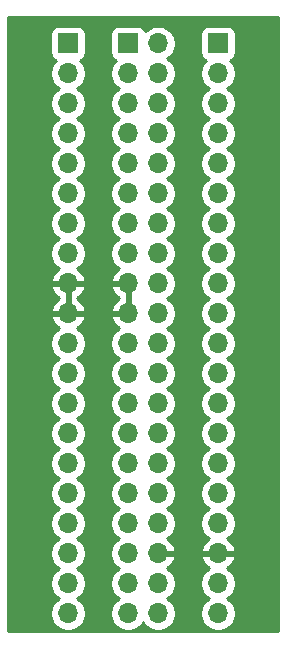
<source format=gbr>
%TF.GenerationSoftware,KiCad,Pcbnew,(5.1.6)-1*%
%TF.CreationDate,2021-12-04T14:03:29-08:00*%
%TF.ProjectId,Speeduino Pin Test Board,53706565-6475-4696-9e6f-2050696e2054,rev?*%
%TF.SameCoordinates,Original*%
%TF.FileFunction,Copper,L2,Bot*%
%TF.FilePolarity,Positive*%
%FSLAX46Y46*%
G04 Gerber Fmt 4.6, Leading zero omitted, Abs format (unit mm)*
G04 Created by KiCad (PCBNEW (5.1.6)-1) date 2021-12-04 14:03:29*
%MOMM*%
%LPD*%
G01*
G04 APERTURE LIST*
%TA.AperFunction,ComponentPad*%
%ADD10O,1.700000X1.700000*%
%TD*%
%TA.AperFunction,ComponentPad*%
%ADD11R,1.700000X1.700000*%
%TD*%
%TA.AperFunction,ViaPad*%
%ADD12C,0.800000*%
%TD*%
%TA.AperFunction,Conductor*%
%ADD13C,0.254000*%
%TD*%
G04 APERTURE END LIST*
D10*
%TO.P,J2,21*%
%TO.N,Net-(J2-Pad21)*%
X139700000Y-106426000D03*
%TO.P,J2,20*%
%TO.N,Net-(J1-Pad20)*%
X137160000Y-106426000D03*
%TO.P,J2,22*%
%TO.N,Net-(J2-Pad22)*%
X139700000Y-103886000D03*
%TO.P,J2,19*%
%TO.N,Net-(J1-Pad19)*%
X137160000Y-103886000D03*
%TO.P,J2,23*%
%TO.N,GND*%
X139700000Y-101346000D03*
%TO.P,J2,18*%
%TO.N,Net-(J1-Pad18)*%
X137160000Y-101346000D03*
%TO.P,J2,24*%
%TO.N,Net-(J2-Pad24)*%
X139700000Y-98806000D03*
%TO.P,J2,17*%
%TO.N,Net-(J1-Pad17)*%
X137160000Y-98806000D03*
%TO.P,J2,25*%
%TO.N,Net-(J2-Pad25)*%
X139700000Y-96266000D03*
%TO.P,J2,16*%
%TO.N,Net-(J1-Pad16)*%
X137160000Y-96266000D03*
%TO.P,J2,26*%
%TO.N,Net-(J2-Pad26)*%
X139700000Y-93726000D03*
%TO.P,J2,15*%
%TO.N,Net-(J1-Pad15)*%
X137160000Y-93726000D03*
%TO.P,J2,27*%
%TO.N,Net-(J2-Pad27)*%
X139700000Y-91186000D03*
%TO.P,J2,14*%
%TO.N,Net-(J1-Pad14)*%
X137160000Y-91186000D03*
%TO.P,J2,28*%
%TO.N,Net-(J2-Pad28)*%
X139700000Y-88646000D03*
%TO.P,J2,13*%
%TO.N,Net-(J1-Pad13)*%
X137160000Y-88646000D03*
%TO.P,J2,29*%
%TO.N,Net-(J2-Pad29)*%
X139700000Y-86106000D03*
%TO.P,J2,12*%
%TO.N,Net-(J1-Pad12)*%
X137160000Y-86106000D03*
%TO.P,J2,30*%
%TO.N,Net-(J2-Pad30)*%
X139700000Y-83566000D03*
%TO.P,J2,11*%
%TO.N,Net-(J1-Pad11)*%
X137160000Y-83566000D03*
%TO.P,J2,31*%
%TO.N,Net-(J2-Pad31)*%
X139700000Y-81026000D03*
%TO.P,J2,10*%
%TO.N,GND*%
X137160000Y-81026000D03*
%TO.P,J2,32*%
%TO.N,Net-(J2-Pad32)*%
X139700000Y-78486000D03*
%TO.P,J2,9*%
%TO.N,GND*%
X137160000Y-78486000D03*
%TO.P,J2,33*%
%TO.N,Net-(J2-Pad33)*%
X139700000Y-75946000D03*
%TO.P,J2,8*%
%TO.N,Net-(J1-Pad8)*%
X137160000Y-75946000D03*
%TO.P,J2,34*%
%TO.N,Net-(J2-Pad34)*%
X139700000Y-73406000D03*
%TO.P,J2,7*%
%TO.N,Net-(J1-Pad7)*%
X137160000Y-73406000D03*
%TO.P,J2,35*%
%TO.N,Net-(J2-Pad35)*%
X139700000Y-70866000D03*
%TO.P,J2,6*%
%TO.N,Net-(J1-Pad6)*%
X137160000Y-70866000D03*
%TO.P,J2,36*%
%TO.N,Net-(J2-Pad36)*%
X139700000Y-68326000D03*
%TO.P,J2,5*%
%TO.N,Net-(J1-Pad5)*%
X137160000Y-68326000D03*
%TO.P,J2,37*%
%TO.N,Net-(J2-Pad37)*%
X139700000Y-65786000D03*
%TO.P,J2,4*%
%TO.N,Net-(J1-Pad4)*%
X137160000Y-65786000D03*
%TO.P,J2,38*%
%TO.N,Net-(J2-Pad38)*%
X139700000Y-63246000D03*
%TO.P,J2,3*%
%TO.N,Net-(J1-Pad3)*%
X137160000Y-63246000D03*
%TO.P,J2,39*%
%TO.N,Net-(J2-Pad39)*%
X139700000Y-60706000D03*
%TO.P,J2,2*%
%TO.N,Net-(J1-Pad2)*%
X137160000Y-60706000D03*
%TO.P,J2,40*%
%TO.N,Net-(J2-Pad40)*%
X139700000Y-58166000D03*
D11*
%TO.P,J2,1*%
%TO.N,Net-(J1-Pad1)*%
X137160000Y-58166000D03*
%TD*%
D10*
%TO.P,J3,20*%
%TO.N,Net-(J2-Pad21)*%
X144780000Y-106426000D03*
%TO.P,J3,19*%
%TO.N,Net-(J2-Pad22)*%
X144780000Y-103886000D03*
%TO.P,J3,18*%
%TO.N,GND*%
X144780000Y-101346000D03*
%TO.P,J3,17*%
%TO.N,Net-(J2-Pad24)*%
X144780000Y-98806000D03*
%TO.P,J3,16*%
%TO.N,Net-(J2-Pad25)*%
X144780000Y-96266000D03*
%TO.P,J3,15*%
%TO.N,Net-(J2-Pad26)*%
X144780000Y-93726000D03*
%TO.P,J3,14*%
%TO.N,Net-(J2-Pad27)*%
X144780000Y-91186000D03*
%TO.P,J3,13*%
%TO.N,Net-(J2-Pad28)*%
X144780000Y-88646000D03*
%TO.P,J3,12*%
%TO.N,Net-(J2-Pad29)*%
X144780000Y-86106000D03*
%TO.P,J3,11*%
%TO.N,Net-(J2-Pad30)*%
X144780000Y-83566000D03*
%TO.P,J3,10*%
%TO.N,Net-(J2-Pad31)*%
X144780000Y-81026000D03*
%TO.P,J3,9*%
%TO.N,Net-(J2-Pad32)*%
X144780000Y-78486000D03*
%TO.P,J3,8*%
%TO.N,Net-(J2-Pad33)*%
X144780000Y-75946000D03*
%TO.P,J3,7*%
%TO.N,Net-(J2-Pad34)*%
X144780000Y-73406000D03*
%TO.P,J3,6*%
%TO.N,Net-(J2-Pad35)*%
X144780000Y-70866000D03*
%TO.P,J3,5*%
%TO.N,Net-(J2-Pad36)*%
X144780000Y-68326000D03*
%TO.P,J3,4*%
%TO.N,Net-(J2-Pad37)*%
X144780000Y-65786000D03*
%TO.P,J3,3*%
%TO.N,Net-(J2-Pad38)*%
X144780000Y-63246000D03*
%TO.P,J3,2*%
%TO.N,Net-(J2-Pad39)*%
X144780000Y-60706000D03*
D11*
%TO.P,J3,1*%
%TO.N,Net-(J2-Pad40)*%
X144780000Y-58166000D03*
%TD*%
D10*
%TO.P,J1,20*%
%TO.N,Net-(J1-Pad20)*%
X132080000Y-106426000D03*
%TO.P,J1,19*%
%TO.N,Net-(J1-Pad19)*%
X132080000Y-103886000D03*
%TO.P,J1,18*%
%TO.N,Net-(J1-Pad18)*%
X132080000Y-101346000D03*
%TO.P,J1,17*%
%TO.N,Net-(J1-Pad17)*%
X132080000Y-98806000D03*
%TO.P,J1,16*%
%TO.N,Net-(J1-Pad16)*%
X132080000Y-96266000D03*
%TO.P,J1,15*%
%TO.N,Net-(J1-Pad15)*%
X132080000Y-93726000D03*
%TO.P,J1,14*%
%TO.N,Net-(J1-Pad14)*%
X132080000Y-91186000D03*
%TO.P,J1,13*%
%TO.N,Net-(J1-Pad13)*%
X132080000Y-88646000D03*
%TO.P,J1,12*%
%TO.N,Net-(J1-Pad12)*%
X132080000Y-86106000D03*
%TO.P,J1,11*%
%TO.N,Net-(J1-Pad11)*%
X132080000Y-83566000D03*
%TO.P,J1,10*%
%TO.N,GND*%
X132080000Y-81026000D03*
%TO.P,J1,9*%
X132080000Y-78486000D03*
%TO.P,J1,8*%
%TO.N,Net-(J1-Pad8)*%
X132080000Y-75946000D03*
%TO.P,J1,7*%
%TO.N,Net-(J1-Pad7)*%
X132080000Y-73406000D03*
%TO.P,J1,6*%
%TO.N,Net-(J1-Pad6)*%
X132080000Y-70866000D03*
%TO.P,J1,5*%
%TO.N,Net-(J1-Pad5)*%
X132080000Y-68326000D03*
%TO.P,J1,4*%
%TO.N,Net-(J1-Pad4)*%
X132080000Y-65786000D03*
%TO.P,J1,3*%
%TO.N,Net-(J1-Pad3)*%
X132080000Y-63246000D03*
%TO.P,J1,2*%
%TO.N,Net-(J1-Pad2)*%
X132080000Y-60706000D03*
D11*
%TO.P,J1,1*%
%TO.N,Net-(J1-Pad1)*%
X132080000Y-58166000D03*
%TD*%
D12*
%TO.N,GND*%
X142240000Y-105156000D03*
X134620000Y-105283000D03*
X134620000Y-102616000D03*
X134620000Y-100203000D03*
X134620000Y-97663000D03*
X142240000Y-97663000D03*
X142240000Y-95123000D03*
X134620000Y-94869000D03*
X134620000Y-92456000D03*
X142240000Y-92456000D03*
X134620000Y-89916000D03*
X142240000Y-89916000D03*
X134620000Y-87376000D03*
X142367000Y-87503000D03*
X142367000Y-84963000D03*
X134747000Y-84709000D03*
X142367000Y-82296000D03*
X142240000Y-79629000D03*
X142113000Y-77343000D03*
X142113000Y-74676000D03*
X134620000Y-74803000D03*
X134747000Y-72136000D03*
X134747000Y-77470000D03*
X134620000Y-79883000D03*
X134620000Y-82296000D03*
X142240000Y-72136000D03*
X142367000Y-69596000D03*
X134493000Y-69596000D03*
X134493000Y-67056000D03*
X142240000Y-67183000D03*
X142240000Y-64643000D03*
X134620000Y-64516000D03*
X134620000Y-61976000D03*
X142240000Y-61976000D03*
X142240000Y-59436000D03*
X134620000Y-59436000D03*
X128143000Y-57023000D03*
X148590000Y-57023000D03*
X148590000Y-106680000D03*
X128651000Y-106426000D03*
%TD*%
D13*
%TO.N,GND*%
G36*
X149835001Y-107925000D02*
G01*
X127025000Y-107925000D01*
X127025000Y-83419740D01*
X130595000Y-83419740D01*
X130595000Y-83712260D01*
X130652068Y-83999158D01*
X130764010Y-84269411D01*
X130926525Y-84512632D01*
X131133368Y-84719475D01*
X131307760Y-84836000D01*
X131133368Y-84952525D01*
X130926525Y-85159368D01*
X130764010Y-85402589D01*
X130652068Y-85672842D01*
X130595000Y-85959740D01*
X130595000Y-86252260D01*
X130652068Y-86539158D01*
X130764010Y-86809411D01*
X130926525Y-87052632D01*
X131133368Y-87259475D01*
X131307760Y-87376000D01*
X131133368Y-87492525D01*
X130926525Y-87699368D01*
X130764010Y-87942589D01*
X130652068Y-88212842D01*
X130595000Y-88499740D01*
X130595000Y-88792260D01*
X130652068Y-89079158D01*
X130764010Y-89349411D01*
X130926525Y-89592632D01*
X131133368Y-89799475D01*
X131307760Y-89916000D01*
X131133368Y-90032525D01*
X130926525Y-90239368D01*
X130764010Y-90482589D01*
X130652068Y-90752842D01*
X130595000Y-91039740D01*
X130595000Y-91332260D01*
X130652068Y-91619158D01*
X130764010Y-91889411D01*
X130926525Y-92132632D01*
X131133368Y-92339475D01*
X131307760Y-92456000D01*
X131133368Y-92572525D01*
X130926525Y-92779368D01*
X130764010Y-93022589D01*
X130652068Y-93292842D01*
X130595000Y-93579740D01*
X130595000Y-93872260D01*
X130652068Y-94159158D01*
X130764010Y-94429411D01*
X130926525Y-94672632D01*
X131133368Y-94879475D01*
X131307760Y-94996000D01*
X131133368Y-95112525D01*
X130926525Y-95319368D01*
X130764010Y-95562589D01*
X130652068Y-95832842D01*
X130595000Y-96119740D01*
X130595000Y-96412260D01*
X130652068Y-96699158D01*
X130764010Y-96969411D01*
X130926525Y-97212632D01*
X131133368Y-97419475D01*
X131307760Y-97536000D01*
X131133368Y-97652525D01*
X130926525Y-97859368D01*
X130764010Y-98102589D01*
X130652068Y-98372842D01*
X130595000Y-98659740D01*
X130595000Y-98952260D01*
X130652068Y-99239158D01*
X130764010Y-99509411D01*
X130926525Y-99752632D01*
X131133368Y-99959475D01*
X131307760Y-100076000D01*
X131133368Y-100192525D01*
X130926525Y-100399368D01*
X130764010Y-100642589D01*
X130652068Y-100912842D01*
X130595000Y-101199740D01*
X130595000Y-101492260D01*
X130652068Y-101779158D01*
X130764010Y-102049411D01*
X130926525Y-102292632D01*
X131133368Y-102499475D01*
X131307760Y-102616000D01*
X131133368Y-102732525D01*
X130926525Y-102939368D01*
X130764010Y-103182589D01*
X130652068Y-103452842D01*
X130595000Y-103739740D01*
X130595000Y-104032260D01*
X130652068Y-104319158D01*
X130764010Y-104589411D01*
X130926525Y-104832632D01*
X131133368Y-105039475D01*
X131307760Y-105156000D01*
X131133368Y-105272525D01*
X130926525Y-105479368D01*
X130764010Y-105722589D01*
X130652068Y-105992842D01*
X130595000Y-106279740D01*
X130595000Y-106572260D01*
X130652068Y-106859158D01*
X130764010Y-107129411D01*
X130926525Y-107372632D01*
X131133368Y-107579475D01*
X131376589Y-107741990D01*
X131646842Y-107853932D01*
X131933740Y-107911000D01*
X132226260Y-107911000D01*
X132513158Y-107853932D01*
X132783411Y-107741990D01*
X133026632Y-107579475D01*
X133233475Y-107372632D01*
X133395990Y-107129411D01*
X133507932Y-106859158D01*
X133565000Y-106572260D01*
X133565000Y-106279740D01*
X133507932Y-105992842D01*
X133395990Y-105722589D01*
X133233475Y-105479368D01*
X133026632Y-105272525D01*
X132852240Y-105156000D01*
X133026632Y-105039475D01*
X133233475Y-104832632D01*
X133395990Y-104589411D01*
X133507932Y-104319158D01*
X133565000Y-104032260D01*
X133565000Y-103739740D01*
X133507932Y-103452842D01*
X133395990Y-103182589D01*
X133233475Y-102939368D01*
X133026632Y-102732525D01*
X132852240Y-102616000D01*
X133026632Y-102499475D01*
X133233475Y-102292632D01*
X133395990Y-102049411D01*
X133507932Y-101779158D01*
X133565000Y-101492260D01*
X133565000Y-101199740D01*
X133507932Y-100912842D01*
X133395990Y-100642589D01*
X133233475Y-100399368D01*
X133026632Y-100192525D01*
X132852240Y-100076000D01*
X133026632Y-99959475D01*
X133233475Y-99752632D01*
X133395990Y-99509411D01*
X133507932Y-99239158D01*
X133565000Y-98952260D01*
X133565000Y-98659740D01*
X133507932Y-98372842D01*
X133395990Y-98102589D01*
X133233475Y-97859368D01*
X133026632Y-97652525D01*
X132852240Y-97536000D01*
X133026632Y-97419475D01*
X133233475Y-97212632D01*
X133395990Y-96969411D01*
X133507932Y-96699158D01*
X133565000Y-96412260D01*
X133565000Y-96119740D01*
X133507932Y-95832842D01*
X133395990Y-95562589D01*
X133233475Y-95319368D01*
X133026632Y-95112525D01*
X132852240Y-94996000D01*
X133026632Y-94879475D01*
X133233475Y-94672632D01*
X133395990Y-94429411D01*
X133507932Y-94159158D01*
X133565000Y-93872260D01*
X133565000Y-93579740D01*
X133507932Y-93292842D01*
X133395990Y-93022589D01*
X133233475Y-92779368D01*
X133026632Y-92572525D01*
X132852240Y-92456000D01*
X133026632Y-92339475D01*
X133233475Y-92132632D01*
X133395990Y-91889411D01*
X133507932Y-91619158D01*
X133565000Y-91332260D01*
X133565000Y-91039740D01*
X133507932Y-90752842D01*
X133395990Y-90482589D01*
X133233475Y-90239368D01*
X133026632Y-90032525D01*
X132852240Y-89916000D01*
X133026632Y-89799475D01*
X133233475Y-89592632D01*
X133395990Y-89349411D01*
X133507932Y-89079158D01*
X133565000Y-88792260D01*
X133565000Y-88499740D01*
X133507932Y-88212842D01*
X133395990Y-87942589D01*
X133233475Y-87699368D01*
X133026632Y-87492525D01*
X132852240Y-87376000D01*
X133026632Y-87259475D01*
X133233475Y-87052632D01*
X133395990Y-86809411D01*
X133507932Y-86539158D01*
X133565000Y-86252260D01*
X133565000Y-85959740D01*
X133507932Y-85672842D01*
X133395990Y-85402589D01*
X133233475Y-85159368D01*
X133026632Y-84952525D01*
X132852240Y-84836000D01*
X133026632Y-84719475D01*
X133233475Y-84512632D01*
X133395990Y-84269411D01*
X133507932Y-83999158D01*
X133565000Y-83712260D01*
X133565000Y-83419740D01*
X133507932Y-83132842D01*
X133395990Y-82862589D01*
X133233475Y-82619368D01*
X133026632Y-82412525D01*
X132844466Y-82290805D01*
X132961355Y-82221178D01*
X133177588Y-82026269D01*
X133351641Y-81792920D01*
X133476825Y-81530099D01*
X133521476Y-81382890D01*
X133400155Y-81153000D01*
X132207000Y-81153000D01*
X132207000Y-81173000D01*
X131953000Y-81173000D01*
X131953000Y-81153000D01*
X130759845Y-81153000D01*
X130638524Y-81382890D01*
X130683175Y-81530099D01*
X130808359Y-81792920D01*
X130982412Y-82026269D01*
X131198645Y-82221178D01*
X131315534Y-82290805D01*
X131133368Y-82412525D01*
X130926525Y-82619368D01*
X130764010Y-82862589D01*
X130652068Y-83132842D01*
X130595000Y-83419740D01*
X127025000Y-83419740D01*
X127025000Y-78842890D01*
X130638524Y-78842890D01*
X130683175Y-78990099D01*
X130808359Y-79252920D01*
X130982412Y-79486269D01*
X131198645Y-79681178D01*
X131324255Y-79756000D01*
X131198645Y-79830822D01*
X130982412Y-80025731D01*
X130808359Y-80259080D01*
X130683175Y-80521901D01*
X130638524Y-80669110D01*
X130759845Y-80899000D01*
X131953000Y-80899000D01*
X131953000Y-78613000D01*
X132207000Y-78613000D01*
X132207000Y-80899000D01*
X133400155Y-80899000D01*
X133521476Y-80669110D01*
X133476825Y-80521901D01*
X133351641Y-80259080D01*
X133177588Y-80025731D01*
X132961355Y-79830822D01*
X132835745Y-79756000D01*
X132961355Y-79681178D01*
X133177588Y-79486269D01*
X133351641Y-79252920D01*
X133476825Y-78990099D01*
X133521476Y-78842890D01*
X135718524Y-78842890D01*
X135763175Y-78990099D01*
X135888359Y-79252920D01*
X136062412Y-79486269D01*
X136278645Y-79681178D01*
X136404255Y-79756000D01*
X136278645Y-79830822D01*
X136062412Y-80025731D01*
X135888359Y-80259080D01*
X135763175Y-80521901D01*
X135718524Y-80669110D01*
X135839845Y-80899000D01*
X137033000Y-80899000D01*
X137033000Y-78613000D01*
X135839845Y-78613000D01*
X135718524Y-78842890D01*
X133521476Y-78842890D01*
X133400155Y-78613000D01*
X132207000Y-78613000D01*
X131953000Y-78613000D01*
X130759845Y-78613000D01*
X130638524Y-78842890D01*
X127025000Y-78842890D01*
X127025000Y-57316000D01*
X130591928Y-57316000D01*
X130591928Y-59016000D01*
X130604188Y-59140482D01*
X130640498Y-59260180D01*
X130699463Y-59370494D01*
X130778815Y-59467185D01*
X130875506Y-59546537D01*
X130985820Y-59605502D01*
X131058380Y-59627513D01*
X130926525Y-59759368D01*
X130764010Y-60002589D01*
X130652068Y-60272842D01*
X130595000Y-60559740D01*
X130595000Y-60852260D01*
X130652068Y-61139158D01*
X130764010Y-61409411D01*
X130926525Y-61652632D01*
X131133368Y-61859475D01*
X131307760Y-61976000D01*
X131133368Y-62092525D01*
X130926525Y-62299368D01*
X130764010Y-62542589D01*
X130652068Y-62812842D01*
X130595000Y-63099740D01*
X130595000Y-63392260D01*
X130652068Y-63679158D01*
X130764010Y-63949411D01*
X130926525Y-64192632D01*
X131133368Y-64399475D01*
X131307760Y-64516000D01*
X131133368Y-64632525D01*
X130926525Y-64839368D01*
X130764010Y-65082589D01*
X130652068Y-65352842D01*
X130595000Y-65639740D01*
X130595000Y-65932260D01*
X130652068Y-66219158D01*
X130764010Y-66489411D01*
X130926525Y-66732632D01*
X131133368Y-66939475D01*
X131307760Y-67056000D01*
X131133368Y-67172525D01*
X130926525Y-67379368D01*
X130764010Y-67622589D01*
X130652068Y-67892842D01*
X130595000Y-68179740D01*
X130595000Y-68472260D01*
X130652068Y-68759158D01*
X130764010Y-69029411D01*
X130926525Y-69272632D01*
X131133368Y-69479475D01*
X131307760Y-69596000D01*
X131133368Y-69712525D01*
X130926525Y-69919368D01*
X130764010Y-70162589D01*
X130652068Y-70432842D01*
X130595000Y-70719740D01*
X130595000Y-71012260D01*
X130652068Y-71299158D01*
X130764010Y-71569411D01*
X130926525Y-71812632D01*
X131133368Y-72019475D01*
X131307760Y-72136000D01*
X131133368Y-72252525D01*
X130926525Y-72459368D01*
X130764010Y-72702589D01*
X130652068Y-72972842D01*
X130595000Y-73259740D01*
X130595000Y-73552260D01*
X130652068Y-73839158D01*
X130764010Y-74109411D01*
X130926525Y-74352632D01*
X131133368Y-74559475D01*
X131307760Y-74676000D01*
X131133368Y-74792525D01*
X130926525Y-74999368D01*
X130764010Y-75242589D01*
X130652068Y-75512842D01*
X130595000Y-75799740D01*
X130595000Y-76092260D01*
X130652068Y-76379158D01*
X130764010Y-76649411D01*
X130926525Y-76892632D01*
X131133368Y-77099475D01*
X131315534Y-77221195D01*
X131198645Y-77290822D01*
X130982412Y-77485731D01*
X130808359Y-77719080D01*
X130683175Y-77981901D01*
X130638524Y-78129110D01*
X130759845Y-78359000D01*
X131953000Y-78359000D01*
X131953000Y-78339000D01*
X132207000Y-78339000D01*
X132207000Y-78359000D01*
X133400155Y-78359000D01*
X133521476Y-78129110D01*
X133476825Y-77981901D01*
X133351641Y-77719080D01*
X133177588Y-77485731D01*
X132961355Y-77290822D01*
X132844466Y-77221195D01*
X133026632Y-77099475D01*
X133233475Y-76892632D01*
X133395990Y-76649411D01*
X133507932Y-76379158D01*
X133565000Y-76092260D01*
X133565000Y-75799740D01*
X133507932Y-75512842D01*
X133395990Y-75242589D01*
X133233475Y-74999368D01*
X133026632Y-74792525D01*
X132852240Y-74676000D01*
X133026632Y-74559475D01*
X133233475Y-74352632D01*
X133395990Y-74109411D01*
X133507932Y-73839158D01*
X133565000Y-73552260D01*
X133565000Y-73259740D01*
X133507932Y-72972842D01*
X133395990Y-72702589D01*
X133233475Y-72459368D01*
X133026632Y-72252525D01*
X132852240Y-72136000D01*
X133026632Y-72019475D01*
X133233475Y-71812632D01*
X133395990Y-71569411D01*
X133507932Y-71299158D01*
X133565000Y-71012260D01*
X133565000Y-70719740D01*
X133507932Y-70432842D01*
X133395990Y-70162589D01*
X133233475Y-69919368D01*
X133026632Y-69712525D01*
X132852240Y-69596000D01*
X133026632Y-69479475D01*
X133233475Y-69272632D01*
X133395990Y-69029411D01*
X133507932Y-68759158D01*
X133565000Y-68472260D01*
X133565000Y-68179740D01*
X133507932Y-67892842D01*
X133395990Y-67622589D01*
X133233475Y-67379368D01*
X133026632Y-67172525D01*
X132852240Y-67056000D01*
X133026632Y-66939475D01*
X133233475Y-66732632D01*
X133395990Y-66489411D01*
X133507932Y-66219158D01*
X133565000Y-65932260D01*
X133565000Y-65639740D01*
X133507932Y-65352842D01*
X133395990Y-65082589D01*
X133233475Y-64839368D01*
X133026632Y-64632525D01*
X132852240Y-64516000D01*
X133026632Y-64399475D01*
X133233475Y-64192632D01*
X133395990Y-63949411D01*
X133507932Y-63679158D01*
X133565000Y-63392260D01*
X133565000Y-63099740D01*
X133507932Y-62812842D01*
X133395990Y-62542589D01*
X133233475Y-62299368D01*
X133026632Y-62092525D01*
X132852240Y-61976000D01*
X133026632Y-61859475D01*
X133233475Y-61652632D01*
X133395990Y-61409411D01*
X133507932Y-61139158D01*
X133565000Y-60852260D01*
X133565000Y-60559740D01*
X133507932Y-60272842D01*
X133395990Y-60002589D01*
X133233475Y-59759368D01*
X133101620Y-59627513D01*
X133174180Y-59605502D01*
X133284494Y-59546537D01*
X133381185Y-59467185D01*
X133460537Y-59370494D01*
X133519502Y-59260180D01*
X133555812Y-59140482D01*
X133568072Y-59016000D01*
X133568072Y-57316000D01*
X135671928Y-57316000D01*
X135671928Y-59016000D01*
X135684188Y-59140482D01*
X135720498Y-59260180D01*
X135779463Y-59370494D01*
X135858815Y-59467185D01*
X135955506Y-59546537D01*
X136065820Y-59605502D01*
X136138380Y-59627513D01*
X136006525Y-59759368D01*
X135844010Y-60002589D01*
X135732068Y-60272842D01*
X135675000Y-60559740D01*
X135675000Y-60852260D01*
X135732068Y-61139158D01*
X135844010Y-61409411D01*
X136006525Y-61652632D01*
X136213368Y-61859475D01*
X136387760Y-61976000D01*
X136213368Y-62092525D01*
X136006525Y-62299368D01*
X135844010Y-62542589D01*
X135732068Y-62812842D01*
X135675000Y-63099740D01*
X135675000Y-63392260D01*
X135732068Y-63679158D01*
X135844010Y-63949411D01*
X136006525Y-64192632D01*
X136213368Y-64399475D01*
X136387760Y-64516000D01*
X136213368Y-64632525D01*
X136006525Y-64839368D01*
X135844010Y-65082589D01*
X135732068Y-65352842D01*
X135675000Y-65639740D01*
X135675000Y-65932260D01*
X135732068Y-66219158D01*
X135844010Y-66489411D01*
X136006525Y-66732632D01*
X136213368Y-66939475D01*
X136387760Y-67056000D01*
X136213368Y-67172525D01*
X136006525Y-67379368D01*
X135844010Y-67622589D01*
X135732068Y-67892842D01*
X135675000Y-68179740D01*
X135675000Y-68472260D01*
X135732068Y-68759158D01*
X135844010Y-69029411D01*
X136006525Y-69272632D01*
X136213368Y-69479475D01*
X136387760Y-69596000D01*
X136213368Y-69712525D01*
X136006525Y-69919368D01*
X135844010Y-70162589D01*
X135732068Y-70432842D01*
X135675000Y-70719740D01*
X135675000Y-71012260D01*
X135732068Y-71299158D01*
X135844010Y-71569411D01*
X136006525Y-71812632D01*
X136213368Y-72019475D01*
X136387760Y-72136000D01*
X136213368Y-72252525D01*
X136006525Y-72459368D01*
X135844010Y-72702589D01*
X135732068Y-72972842D01*
X135675000Y-73259740D01*
X135675000Y-73552260D01*
X135732068Y-73839158D01*
X135844010Y-74109411D01*
X136006525Y-74352632D01*
X136213368Y-74559475D01*
X136387760Y-74676000D01*
X136213368Y-74792525D01*
X136006525Y-74999368D01*
X135844010Y-75242589D01*
X135732068Y-75512842D01*
X135675000Y-75799740D01*
X135675000Y-76092260D01*
X135732068Y-76379158D01*
X135844010Y-76649411D01*
X136006525Y-76892632D01*
X136213368Y-77099475D01*
X136395534Y-77221195D01*
X136278645Y-77290822D01*
X136062412Y-77485731D01*
X135888359Y-77719080D01*
X135763175Y-77981901D01*
X135718524Y-78129110D01*
X135839845Y-78359000D01*
X137033000Y-78359000D01*
X137033000Y-78339000D01*
X137287000Y-78339000D01*
X137287000Y-78359000D01*
X137307000Y-78359000D01*
X137307000Y-78613000D01*
X137287000Y-78613000D01*
X137287000Y-80899000D01*
X137307000Y-80899000D01*
X137307000Y-81153000D01*
X137287000Y-81153000D01*
X137287000Y-81173000D01*
X137033000Y-81173000D01*
X137033000Y-81153000D01*
X135839845Y-81153000D01*
X135718524Y-81382890D01*
X135763175Y-81530099D01*
X135888359Y-81792920D01*
X136062412Y-82026269D01*
X136278645Y-82221178D01*
X136395534Y-82290805D01*
X136213368Y-82412525D01*
X136006525Y-82619368D01*
X135844010Y-82862589D01*
X135732068Y-83132842D01*
X135675000Y-83419740D01*
X135675000Y-83712260D01*
X135732068Y-83999158D01*
X135844010Y-84269411D01*
X136006525Y-84512632D01*
X136213368Y-84719475D01*
X136387760Y-84836000D01*
X136213368Y-84952525D01*
X136006525Y-85159368D01*
X135844010Y-85402589D01*
X135732068Y-85672842D01*
X135675000Y-85959740D01*
X135675000Y-86252260D01*
X135732068Y-86539158D01*
X135844010Y-86809411D01*
X136006525Y-87052632D01*
X136213368Y-87259475D01*
X136387760Y-87376000D01*
X136213368Y-87492525D01*
X136006525Y-87699368D01*
X135844010Y-87942589D01*
X135732068Y-88212842D01*
X135675000Y-88499740D01*
X135675000Y-88792260D01*
X135732068Y-89079158D01*
X135844010Y-89349411D01*
X136006525Y-89592632D01*
X136213368Y-89799475D01*
X136387760Y-89916000D01*
X136213368Y-90032525D01*
X136006525Y-90239368D01*
X135844010Y-90482589D01*
X135732068Y-90752842D01*
X135675000Y-91039740D01*
X135675000Y-91332260D01*
X135732068Y-91619158D01*
X135844010Y-91889411D01*
X136006525Y-92132632D01*
X136213368Y-92339475D01*
X136387760Y-92456000D01*
X136213368Y-92572525D01*
X136006525Y-92779368D01*
X135844010Y-93022589D01*
X135732068Y-93292842D01*
X135675000Y-93579740D01*
X135675000Y-93872260D01*
X135732068Y-94159158D01*
X135844010Y-94429411D01*
X136006525Y-94672632D01*
X136213368Y-94879475D01*
X136387760Y-94996000D01*
X136213368Y-95112525D01*
X136006525Y-95319368D01*
X135844010Y-95562589D01*
X135732068Y-95832842D01*
X135675000Y-96119740D01*
X135675000Y-96412260D01*
X135732068Y-96699158D01*
X135844010Y-96969411D01*
X136006525Y-97212632D01*
X136213368Y-97419475D01*
X136387760Y-97536000D01*
X136213368Y-97652525D01*
X136006525Y-97859368D01*
X135844010Y-98102589D01*
X135732068Y-98372842D01*
X135675000Y-98659740D01*
X135675000Y-98952260D01*
X135732068Y-99239158D01*
X135844010Y-99509411D01*
X136006525Y-99752632D01*
X136213368Y-99959475D01*
X136387760Y-100076000D01*
X136213368Y-100192525D01*
X136006525Y-100399368D01*
X135844010Y-100642589D01*
X135732068Y-100912842D01*
X135675000Y-101199740D01*
X135675000Y-101492260D01*
X135732068Y-101779158D01*
X135844010Y-102049411D01*
X136006525Y-102292632D01*
X136213368Y-102499475D01*
X136387760Y-102616000D01*
X136213368Y-102732525D01*
X136006525Y-102939368D01*
X135844010Y-103182589D01*
X135732068Y-103452842D01*
X135675000Y-103739740D01*
X135675000Y-104032260D01*
X135732068Y-104319158D01*
X135844010Y-104589411D01*
X136006525Y-104832632D01*
X136213368Y-105039475D01*
X136387760Y-105156000D01*
X136213368Y-105272525D01*
X136006525Y-105479368D01*
X135844010Y-105722589D01*
X135732068Y-105992842D01*
X135675000Y-106279740D01*
X135675000Y-106572260D01*
X135732068Y-106859158D01*
X135844010Y-107129411D01*
X136006525Y-107372632D01*
X136213368Y-107579475D01*
X136456589Y-107741990D01*
X136726842Y-107853932D01*
X137013740Y-107911000D01*
X137306260Y-107911000D01*
X137593158Y-107853932D01*
X137863411Y-107741990D01*
X138106632Y-107579475D01*
X138313475Y-107372632D01*
X138430000Y-107198240D01*
X138546525Y-107372632D01*
X138753368Y-107579475D01*
X138996589Y-107741990D01*
X139266842Y-107853932D01*
X139553740Y-107911000D01*
X139846260Y-107911000D01*
X140133158Y-107853932D01*
X140403411Y-107741990D01*
X140646632Y-107579475D01*
X140853475Y-107372632D01*
X141015990Y-107129411D01*
X141127932Y-106859158D01*
X141185000Y-106572260D01*
X141185000Y-106279740D01*
X141127932Y-105992842D01*
X141015990Y-105722589D01*
X140853475Y-105479368D01*
X140646632Y-105272525D01*
X140472240Y-105156000D01*
X140646632Y-105039475D01*
X140853475Y-104832632D01*
X141015990Y-104589411D01*
X141127932Y-104319158D01*
X141185000Y-104032260D01*
X141185000Y-103739740D01*
X143295000Y-103739740D01*
X143295000Y-104032260D01*
X143352068Y-104319158D01*
X143464010Y-104589411D01*
X143626525Y-104832632D01*
X143833368Y-105039475D01*
X144007760Y-105156000D01*
X143833368Y-105272525D01*
X143626525Y-105479368D01*
X143464010Y-105722589D01*
X143352068Y-105992842D01*
X143295000Y-106279740D01*
X143295000Y-106572260D01*
X143352068Y-106859158D01*
X143464010Y-107129411D01*
X143626525Y-107372632D01*
X143833368Y-107579475D01*
X144076589Y-107741990D01*
X144346842Y-107853932D01*
X144633740Y-107911000D01*
X144926260Y-107911000D01*
X145213158Y-107853932D01*
X145483411Y-107741990D01*
X145726632Y-107579475D01*
X145933475Y-107372632D01*
X146095990Y-107129411D01*
X146207932Y-106859158D01*
X146265000Y-106572260D01*
X146265000Y-106279740D01*
X146207932Y-105992842D01*
X146095990Y-105722589D01*
X145933475Y-105479368D01*
X145726632Y-105272525D01*
X145552240Y-105156000D01*
X145726632Y-105039475D01*
X145933475Y-104832632D01*
X146095990Y-104589411D01*
X146207932Y-104319158D01*
X146265000Y-104032260D01*
X146265000Y-103739740D01*
X146207932Y-103452842D01*
X146095990Y-103182589D01*
X145933475Y-102939368D01*
X145726632Y-102732525D01*
X145544466Y-102610805D01*
X145661355Y-102541178D01*
X145877588Y-102346269D01*
X146051641Y-102112920D01*
X146176825Y-101850099D01*
X146221476Y-101702890D01*
X146100155Y-101473000D01*
X144907000Y-101473000D01*
X144907000Y-101493000D01*
X144653000Y-101493000D01*
X144653000Y-101473000D01*
X143459845Y-101473000D01*
X143338524Y-101702890D01*
X143383175Y-101850099D01*
X143508359Y-102112920D01*
X143682412Y-102346269D01*
X143898645Y-102541178D01*
X144015534Y-102610805D01*
X143833368Y-102732525D01*
X143626525Y-102939368D01*
X143464010Y-103182589D01*
X143352068Y-103452842D01*
X143295000Y-103739740D01*
X141185000Y-103739740D01*
X141127932Y-103452842D01*
X141015990Y-103182589D01*
X140853475Y-102939368D01*
X140646632Y-102732525D01*
X140464466Y-102610805D01*
X140581355Y-102541178D01*
X140797588Y-102346269D01*
X140971641Y-102112920D01*
X141096825Y-101850099D01*
X141141476Y-101702890D01*
X141020155Y-101473000D01*
X139827000Y-101473000D01*
X139827000Y-101493000D01*
X139573000Y-101493000D01*
X139573000Y-101473000D01*
X139553000Y-101473000D01*
X139553000Y-101219000D01*
X139573000Y-101219000D01*
X139573000Y-101199000D01*
X139827000Y-101199000D01*
X139827000Y-101219000D01*
X141020155Y-101219000D01*
X141141476Y-100989110D01*
X141096825Y-100841901D01*
X140971641Y-100579080D01*
X140797588Y-100345731D01*
X140581355Y-100150822D01*
X140464466Y-100081195D01*
X140646632Y-99959475D01*
X140853475Y-99752632D01*
X141015990Y-99509411D01*
X141127932Y-99239158D01*
X141185000Y-98952260D01*
X141185000Y-98659740D01*
X141127932Y-98372842D01*
X141015990Y-98102589D01*
X140853475Y-97859368D01*
X140646632Y-97652525D01*
X140472240Y-97536000D01*
X140646632Y-97419475D01*
X140853475Y-97212632D01*
X141015990Y-96969411D01*
X141127932Y-96699158D01*
X141185000Y-96412260D01*
X141185000Y-96119740D01*
X141127932Y-95832842D01*
X141015990Y-95562589D01*
X140853475Y-95319368D01*
X140646632Y-95112525D01*
X140472240Y-94996000D01*
X140646632Y-94879475D01*
X140853475Y-94672632D01*
X141015990Y-94429411D01*
X141127932Y-94159158D01*
X141185000Y-93872260D01*
X141185000Y-93579740D01*
X141127932Y-93292842D01*
X141015990Y-93022589D01*
X140853475Y-92779368D01*
X140646632Y-92572525D01*
X140472240Y-92456000D01*
X140646632Y-92339475D01*
X140853475Y-92132632D01*
X141015990Y-91889411D01*
X141127932Y-91619158D01*
X141185000Y-91332260D01*
X141185000Y-91039740D01*
X141127932Y-90752842D01*
X141015990Y-90482589D01*
X140853475Y-90239368D01*
X140646632Y-90032525D01*
X140472240Y-89916000D01*
X140646632Y-89799475D01*
X140853475Y-89592632D01*
X141015990Y-89349411D01*
X141127932Y-89079158D01*
X141185000Y-88792260D01*
X141185000Y-88499740D01*
X141127932Y-88212842D01*
X141015990Y-87942589D01*
X140853475Y-87699368D01*
X140646632Y-87492525D01*
X140472240Y-87376000D01*
X140646632Y-87259475D01*
X140853475Y-87052632D01*
X141015990Y-86809411D01*
X141127932Y-86539158D01*
X141185000Y-86252260D01*
X141185000Y-85959740D01*
X141127932Y-85672842D01*
X141015990Y-85402589D01*
X140853475Y-85159368D01*
X140646632Y-84952525D01*
X140472240Y-84836000D01*
X140646632Y-84719475D01*
X140853475Y-84512632D01*
X141015990Y-84269411D01*
X141127932Y-83999158D01*
X141185000Y-83712260D01*
X141185000Y-83419740D01*
X141127932Y-83132842D01*
X141015990Y-82862589D01*
X140853475Y-82619368D01*
X140646632Y-82412525D01*
X140472240Y-82296000D01*
X140646632Y-82179475D01*
X140853475Y-81972632D01*
X141015990Y-81729411D01*
X141127932Y-81459158D01*
X141185000Y-81172260D01*
X141185000Y-80879740D01*
X141127932Y-80592842D01*
X141015990Y-80322589D01*
X140853475Y-80079368D01*
X140646632Y-79872525D01*
X140472240Y-79756000D01*
X140646632Y-79639475D01*
X140853475Y-79432632D01*
X141015990Y-79189411D01*
X141127932Y-78919158D01*
X141185000Y-78632260D01*
X141185000Y-78339740D01*
X141127932Y-78052842D01*
X141015990Y-77782589D01*
X140853475Y-77539368D01*
X140646632Y-77332525D01*
X140472240Y-77216000D01*
X140646632Y-77099475D01*
X140853475Y-76892632D01*
X141015990Y-76649411D01*
X141127932Y-76379158D01*
X141185000Y-76092260D01*
X141185000Y-75799740D01*
X141127932Y-75512842D01*
X141015990Y-75242589D01*
X140853475Y-74999368D01*
X140646632Y-74792525D01*
X140472240Y-74676000D01*
X140646632Y-74559475D01*
X140853475Y-74352632D01*
X141015990Y-74109411D01*
X141127932Y-73839158D01*
X141185000Y-73552260D01*
X141185000Y-73259740D01*
X141127932Y-72972842D01*
X141015990Y-72702589D01*
X140853475Y-72459368D01*
X140646632Y-72252525D01*
X140472240Y-72136000D01*
X140646632Y-72019475D01*
X140853475Y-71812632D01*
X141015990Y-71569411D01*
X141127932Y-71299158D01*
X141185000Y-71012260D01*
X141185000Y-70719740D01*
X141127932Y-70432842D01*
X141015990Y-70162589D01*
X140853475Y-69919368D01*
X140646632Y-69712525D01*
X140472240Y-69596000D01*
X140646632Y-69479475D01*
X140853475Y-69272632D01*
X141015990Y-69029411D01*
X141127932Y-68759158D01*
X141185000Y-68472260D01*
X141185000Y-68179740D01*
X141127932Y-67892842D01*
X141015990Y-67622589D01*
X140853475Y-67379368D01*
X140646632Y-67172525D01*
X140472240Y-67056000D01*
X140646632Y-66939475D01*
X140853475Y-66732632D01*
X141015990Y-66489411D01*
X141127932Y-66219158D01*
X141185000Y-65932260D01*
X141185000Y-65639740D01*
X141127932Y-65352842D01*
X141015990Y-65082589D01*
X140853475Y-64839368D01*
X140646632Y-64632525D01*
X140472240Y-64516000D01*
X140646632Y-64399475D01*
X140853475Y-64192632D01*
X141015990Y-63949411D01*
X141127932Y-63679158D01*
X141185000Y-63392260D01*
X141185000Y-63099740D01*
X141127932Y-62812842D01*
X141015990Y-62542589D01*
X140853475Y-62299368D01*
X140646632Y-62092525D01*
X140472240Y-61976000D01*
X140646632Y-61859475D01*
X140853475Y-61652632D01*
X141015990Y-61409411D01*
X141127932Y-61139158D01*
X141185000Y-60852260D01*
X141185000Y-60559740D01*
X141127932Y-60272842D01*
X141015990Y-60002589D01*
X140853475Y-59759368D01*
X140646632Y-59552525D01*
X140472240Y-59436000D01*
X140646632Y-59319475D01*
X140853475Y-59112632D01*
X141015990Y-58869411D01*
X141127932Y-58599158D01*
X141185000Y-58312260D01*
X141185000Y-58019740D01*
X141127932Y-57732842D01*
X141015990Y-57462589D01*
X140918043Y-57316000D01*
X143291928Y-57316000D01*
X143291928Y-59016000D01*
X143304188Y-59140482D01*
X143340498Y-59260180D01*
X143399463Y-59370494D01*
X143478815Y-59467185D01*
X143575506Y-59546537D01*
X143685820Y-59605502D01*
X143758380Y-59627513D01*
X143626525Y-59759368D01*
X143464010Y-60002589D01*
X143352068Y-60272842D01*
X143295000Y-60559740D01*
X143295000Y-60852260D01*
X143352068Y-61139158D01*
X143464010Y-61409411D01*
X143626525Y-61652632D01*
X143833368Y-61859475D01*
X144007760Y-61976000D01*
X143833368Y-62092525D01*
X143626525Y-62299368D01*
X143464010Y-62542589D01*
X143352068Y-62812842D01*
X143295000Y-63099740D01*
X143295000Y-63392260D01*
X143352068Y-63679158D01*
X143464010Y-63949411D01*
X143626525Y-64192632D01*
X143833368Y-64399475D01*
X144007760Y-64516000D01*
X143833368Y-64632525D01*
X143626525Y-64839368D01*
X143464010Y-65082589D01*
X143352068Y-65352842D01*
X143295000Y-65639740D01*
X143295000Y-65932260D01*
X143352068Y-66219158D01*
X143464010Y-66489411D01*
X143626525Y-66732632D01*
X143833368Y-66939475D01*
X144007760Y-67056000D01*
X143833368Y-67172525D01*
X143626525Y-67379368D01*
X143464010Y-67622589D01*
X143352068Y-67892842D01*
X143295000Y-68179740D01*
X143295000Y-68472260D01*
X143352068Y-68759158D01*
X143464010Y-69029411D01*
X143626525Y-69272632D01*
X143833368Y-69479475D01*
X144007760Y-69596000D01*
X143833368Y-69712525D01*
X143626525Y-69919368D01*
X143464010Y-70162589D01*
X143352068Y-70432842D01*
X143295000Y-70719740D01*
X143295000Y-71012260D01*
X143352068Y-71299158D01*
X143464010Y-71569411D01*
X143626525Y-71812632D01*
X143833368Y-72019475D01*
X144007760Y-72136000D01*
X143833368Y-72252525D01*
X143626525Y-72459368D01*
X143464010Y-72702589D01*
X143352068Y-72972842D01*
X143295000Y-73259740D01*
X143295000Y-73552260D01*
X143352068Y-73839158D01*
X143464010Y-74109411D01*
X143626525Y-74352632D01*
X143833368Y-74559475D01*
X144007760Y-74676000D01*
X143833368Y-74792525D01*
X143626525Y-74999368D01*
X143464010Y-75242589D01*
X143352068Y-75512842D01*
X143295000Y-75799740D01*
X143295000Y-76092260D01*
X143352068Y-76379158D01*
X143464010Y-76649411D01*
X143626525Y-76892632D01*
X143833368Y-77099475D01*
X144007760Y-77216000D01*
X143833368Y-77332525D01*
X143626525Y-77539368D01*
X143464010Y-77782589D01*
X143352068Y-78052842D01*
X143295000Y-78339740D01*
X143295000Y-78632260D01*
X143352068Y-78919158D01*
X143464010Y-79189411D01*
X143626525Y-79432632D01*
X143833368Y-79639475D01*
X144007760Y-79756000D01*
X143833368Y-79872525D01*
X143626525Y-80079368D01*
X143464010Y-80322589D01*
X143352068Y-80592842D01*
X143295000Y-80879740D01*
X143295000Y-81172260D01*
X143352068Y-81459158D01*
X143464010Y-81729411D01*
X143626525Y-81972632D01*
X143833368Y-82179475D01*
X144007760Y-82296000D01*
X143833368Y-82412525D01*
X143626525Y-82619368D01*
X143464010Y-82862589D01*
X143352068Y-83132842D01*
X143295000Y-83419740D01*
X143295000Y-83712260D01*
X143352068Y-83999158D01*
X143464010Y-84269411D01*
X143626525Y-84512632D01*
X143833368Y-84719475D01*
X144007760Y-84836000D01*
X143833368Y-84952525D01*
X143626525Y-85159368D01*
X143464010Y-85402589D01*
X143352068Y-85672842D01*
X143295000Y-85959740D01*
X143295000Y-86252260D01*
X143352068Y-86539158D01*
X143464010Y-86809411D01*
X143626525Y-87052632D01*
X143833368Y-87259475D01*
X144007760Y-87376000D01*
X143833368Y-87492525D01*
X143626525Y-87699368D01*
X143464010Y-87942589D01*
X143352068Y-88212842D01*
X143295000Y-88499740D01*
X143295000Y-88792260D01*
X143352068Y-89079158D01*
X143464010Y-89349411D01*
X143626525Y-89592632D01*
X143833368Y-89799475D01*
X144007760Y-89916000D01*
X143833368Y-90032525D01*
X143626525Y-90239368D01*
X143464010Y-90482589D01*
X143352068Y-90752842D01*
X143295000Y-91039740D01*
X143295000Y-91332260D01*
X143352068Y-91619158D01*
X143464010Y-91889411D01*
X143626525Y-92132632D01*
X143833368Y-92339475D01*
X144007760Y-92456000D01*
X143833368Y-92572525D01*
X143626525Y-92779368D01*
X143464010Y-93022589D01*
X143352068Y-93292842D01*
X143295000Y-93579740D01*
X143295000Y-93872260D01*
X143352068Y-94159158D01*
X143464010Y-94429411D01*
X143626525Y-94672632D01*
X143833368Y-94879475D01*
X144007760Y-94996000D01*
X143833368Y-95112525D01*
X143626525Y-95319368D01*
X143464010Y-95562589D01*
X143352068Y-95832842D01*
X143295000Y-96119740D01*
X143295000Y-96412260D01*
X143352068Y-96699158D01*
X143464010Y-96969411D01*
X143626525Y-97212632D01*
X143833368Y-97419475D01*
X144007760Y-97536000D01*
X143833368Y-97652525D01*
X143626525Y-97859368D01*
X143464010Y-98102589D01*
X143352068Y-98372842D01*
X143295000Y-98659740D01*
X143295000Y-98952260D01*
X143352068Y-99239158D01*
X143464010Y-99509411D01*
X143626525Y-99752632D01*
X143833368Y-99959475D01*
X144015534Y-100081195D01*
X143898645Y-100150822D01*
X143682412Y-100345731D01*
X143508359Y-100579080D01*
X143383175Y-100841901D01*
X143338524Y-100989110D01*
X143459845Y-101219000D01*
X144653000Y-101219000D01*
X144653000Y-101199000D01*
X144907000Y-101199000D01*
X144907000Y-101219000D01*
X146100155Y-101219000D01*
X146221476Y-100989110D01*
X146176825Y-100841901D01*
X146051641Y-100579080D01*
X145877588Y-100345731D01*
X145661355Y-100150822D01*
X145544466Y-100081195D01*
X145726632Y-99959475D01*
X145933475Y-99752632D01*
X146095990Y-99509411D01*
X146207932Y-99239158D01*
X146265000Y-98952260D01*
X146265000Y-98659740D01*
X146207932Y-98372842D01*
X146095990Y-98102589D01*
X145933475Y-97859368D01*
X145726632Y-97652525D01*
X145552240Y-97536000D01*
X145726632Y-97419475D01*
X145933475Y-97212632D01*
X146095990Y-96969411D01*
X146207932Y-96699158D01*
X146265000Y-96412260D01*
X146265000Y-96119740D01*
X146207932Y-95832842D01*
X146095990Y-95562589D01*
X145933475Y-95319368D01*
X145726632Y-95112525D01*
X145552240Y-94996000D01*
X145726632Y-94879475D01*
X145933475Y-94672632D01*
X146095990Y-94429411D01*
X146207932Y-94159158D01*
X146265000Y-93872260D01*
X146265000Y-93579740D01*
X146207932Y-93292842D01*
X146095990Y-93022589D01*
X145933475Y-92779368D01*
X145726632Y-92572525D01*
X145552240Y-92456000D01*
X145726632Y-92339475D01*
X145933475Y-92132632D01*
X146095990Y-91889411D01*
X146207932Y-91619158D01*
X146265000Y-91332260D01*
X146265000Y-91039740D01*
X146207932Y-90752842D01*
X146095990Y-90482589D01*
X145933475Y-90239368D01*
X145726632Y-90032525D01*
X145552240Y-89916000D01*
X145726632Y-89799475D01*
X145933475Y-89592632D01*
X146095990Y-89349411D01*
X146207932Y-89079158D01*
X146265000Y-88792260D01*
X146265000Y-88499740D01*
X146207932Y-88212842D01*
X146095990Y-87942589D01*
X145933475Y-87699368D01*
X145726632Y-87492525D01*
X145552240Y-87376000D01*
X145726632Y-87259475D01*
X145933475Y-87052632D01*
X146095990Y-86809411D01*
X146207932Y-86539158D01*
X146265000Y-86252260D01*
X146265000Y-85959740D01*
X146207932Y-85672842D01*
X146095990Y-85402589D01*
X145933475Y-85159368D01*
X145726632Y-84952525D01*
X145552240Y-84836000D01*
X145726632Y-84719475D01*
X145933475Y-84512632D01*
X146095990Y-84269411D01*
X146207932Y-83999158D01*
X146265000Y-83712260D01*
X146265000Y-83419740D01*
X146207932Y-83132842D01*
X146095990Y-82862589D01*
X145933475Y-82619368D01*
X145726632Y-82412525D01*
X145552240Y-82296000D01*
X145726632Y-82179475D01*
X145933475Y-81972632D01*
X146095990Y-81729411D01*
X146207932Y-81459158D01*
X146265000Y-81172260D01*
X146265000Y-80879740D01*
X146207932Y-80592842D01*
X146095990Y-80322589D01*
X145933475Y-80079368D01*
X145726632Y-79872525D01*
X145552240Y-79756000D01*
X145726632Y-79639475D01*
X145933475Y-79432632D01*
X146095990Y-79189411D01*
X146207932Y-78919158D01*
X146265000Y-78632260D01*
X146265000Y-78339740D01*
X146207932Y-78052842D01*
X146095990Y-77782589D01*
X145933475Y-77539368D01*
X145726632Y-77332525D01*
X145552240Y-77216000D01*
X145726632Y-77099475D01*
X145933475Y-76892632D01*
X146095990Y-76649411D01*
X146207932Y-76379158D01*
X146265000Y-76092260D01*
X146265000Y-75799740D01*
X146207932Y-75512842D01*
X146095990Y-75242589D01*
X145933475Y-74999368D01*
X145726632Y-74792525D01*
X145552240Y-74676000D01*
X145726632Y-74559475D01*
X145933475Y-74352632D01*
X146095990Y-74109411D01*
X146207932Y-73839158D01*
X146265000Y-73552260D01*
X146265000Y-73259740D01*
X146207932Y-72972842D01*
X146095990Y-72702589D01*
X145933475Y-72459368D01*
X145726632Y-72252525D01*
X145552240Y-72136000D01*
X145726632Y-72019475D01*
X145933475Y-71812632D01*
X146095990Y-71569411D01*
X146207932Y-71299158D01*
X146265000Y-71012260D01*
X146265000Y-70719740D01*
X146207932Y-70432842D01*
X146095990Y-70162589D01*
X145933475Y-69919368D01*
X145726632Y-69712525D01*
X145552240Y-69596000D01*
X145726632Y-69479475D01*
X145933475Y-69272632D01*
X146095990Y-69029411D01*
X146207932Y-68759158D01*
X146265000Y-68472260D01*
X146265000Y-68179740D01*
X146207932Y-67892842D01*
X146095990Y-67622589D01*
X145933475Y-67379368D01*
X145726632Y-67172525D01*
X145552240Y-67056000D01*
X145726632Y-66939475D01*
X145933475Y-66732632D01*
X146095990Y-66489411D01*
X146207932Y-66219158D01*
X146265000Y-65932260D01*
X146265000Y-65639740D01*
X146207932Y-65352842D01*
X146095990Y-65082589D01*
X145933475Y-64839368D01*
X145726632Y-64632525D01*
X145552240Y-64516000D01*
X145726632Y-64399475D01*
X145933475Y-64192632D01*
X146095990Y-63949411D01*
X146207932Y-63679158D01*
X146265000Y-63392260D01*
X146265000Y-63099740D01*
X146207932Y-62812842D01*
X146095990Y-62542589D01*
X145933475Y-62299368D01*
X145726632Y-62092525D01*
X145552240Y-61976000D01*
X145726632Y-61859475D01*
X145933475Y-61652632D01*
X146095990Y-61409411D01*
X146207932Y-61139158D01*
X146265000Y-60852260D01*
X146265000Y-60559740D01*
X146207932Y-60272842D01*
X146095990Y-60002589D01*
X145933475Y-59759368D01*
X145801620Y-59627513D01*
X145874180Y-59605502D01*
X145984494Y-59546537D01*
X146081185Y-59467185D01*
X146160537Y-59370494D01*
X146219502Y-59260180D01*
X146255812Y-59140482D01*
X146268072Y-59016000D01*
X146268072Y-57316000D01*
X146255812Y-57191518D01*
X146219502Y-57071820D01*
X146160537Y-56961506D01*
X146081185Y-56864815D01*
X145984494Y-56785463D01*
X145874180Y-56726498D01*
X145754482Y-56690188D01*
X145630000Y-56677928D01*
X143930000Y-56677928D01*
X143805518Y-56690188D01*
X143685820Y-56726498D01*
X143575506Y-56785463D01*
X143478815Y-56864815D01*
X143399463Y-56961506D01*
X143340498Y-57071820D01*
X143304188Y-57191518D01*
X143291928Y-57316000D01*
X140918043Y-57316000D01*
X140853475Y-57219368D01*
X140646632Y-57012525D01*
X140403411Y-56850010D01*
X140133158Y-56738068D01*
X139846260Y-56681000D01*
X139553740Y-56681000D01*
X139266842Y-56738068D01*
X138996589Y-56850010D01*
X138753368Y-57012525D01*
X138621513Y-57144380D01*
X138599502Y-57071820D01*
X138540537Y-56961506D01*
X138461185Y-56864815D01*
X138364494Y-56785463D01*
X138254180Y-56726498D01*
X138134482Y-56690188D01*
X138010000Y-56677928D01*
X136310000Y-56677928D01*
X136185518Y-56690188D01*
X136065820Y-56726498D01*
X135955506Y-56785463D01*
X135858815Y-56864815D01*
X135779463Y-56961506D01*
X135720498Y-57071820D01*
X135684188Y-57191518D01*
X135671928Y-57316000D01*
X133568072Y-57316000D01*
X133555812Y-57191518D01*
X133519502Y-57071820D01*
X133460537Y-56961506D01*
X133381185Y-56864815D01*
X133284494Y-56785463D01*
X133174180Y-56726498D01*
X133054482Y-56690188D01*
X132930000Y-56677928D01*
X131230000Y-56677928D01*
X131105518Y-56690188D01*
X130985820Y-56726498D01*
X130875506Y-56785463D01*
X130778815Y-56864815D01*
X130699463Y-56961506D01*
X130640498Y-57071820D01*
X130604188Y-57191518D01*
X130591928Y-57316000D01*
X127025000Y-57316000D01*
X127025000Y-55905000D01*
X149835000Y-55905000D01*
X149835001Y-107925000D01*
G37*
X149835001Y-107925000D02*
X127025000Y-107925000D01*
X127025000Y-83419740D01*
X130595000Y-83419740D01*
X130595000Y-83712260D01*
X130652068Y-83999158D01*
X130764010Y-84269411D01*
X130926525Y-84512632D01*
X131133368Y-84719475D01*
X131307760Y-84836000D01*
X131133368Y-84952525D01*
X130926525Y-85159368D01*
X130764010Y-85402589D01*
X130652068Y-85672842D01*
X130595000Y-85959740D01*
X130595000Y-86252260D01*
X130652068Y-86539158D01*
X130764010Y-86809411D01*
X130926525Y-87052632D01*
X131133368Y-87259475D01*
X131307760Y-87376000D01*
X131133368Y-87492525D01*
X130926525Y-87699368D01*
X130764010Y-87942589D01*
X130652068Y-88212842D01*
X130595000Y-88499740D01*
X130595000Y-88792260D01*
X130652068Y-89079158D01*
X130764010Y-89349411D01*
X130926525Y-89592632D01*
X131133368Y-89799475D01*
X131307760Y-89916000D01*
X131133368Y-90032525D01*
X130926525Y-90239368D01*
X130764010Y-90482589D01*
X130652068Y-90752842D01*
X130595000Y-91039740D01*
X130595000Y-91332260D01*
X130652068Y-91619158D01*
X130764010Y-91889411D01*
X130926525Y-92132632D01*
X131133368Y-92339475D01*
X131307760Y-92456000D01*
X131133368Y-92572525D01*
X130926525Y-92779368D01*
X130764010Y-93022589D01*
X130652068Y-93292842D01*
X130595000Y-93579740D01*
X130595000Y-93872260D01*
X130652068Y-94159158D01*
X130764010Y-94429411D01*
X130926525Y-94672632D01*
X131133368Y-94879475D01*
X131307760Y-94996000D01*
X131133368Y-95112525D01*
X130926525Y-95319368D01*
X130764010Y-95562589D01*
X130652068Y-95832842D01*
X130595000Y-96119740D01*
X130595000Y-96412260D01*
X130652068Y-96699158D01*
X130764010Y-96969411D01*
X130926525Y-97212632D01*
X131133368Y-97419475D01*
X131307760Y-97536000D01*
X131133368Y-97652525D01*
X130926525Y-97859368D01*
X130764010Y-98102589D01*
X130652068Y-98372842D01*
X130595000Y-98659740D01*
X130595000Y-98952260D01*
X130652068Y-99239158D01*
X130764010Y-99509411D01*
X130926525Y-99752632D01*
X131133368Y-99959475D01*
X131307760Y-100076000D01*
X131133368Y-100192525D01*
X130926525Y-100399368D01*
X130764010Y-100642589D01*
X130652068Y-100912842D01*
X130595000Y-101199740D01*
X130595000Y-101492260D01*
X130652068Y-101779158D01*
X130764010Y-102049411D01*
X130926525Y-102292632D01*
X131133368Y-102499475D01*
X131307760Y-102616000D01*
X131133368Y-102732525D01*
X130926525Y-102939368D01*
X130764010Y-103182589D01*
X130652068Y-103452842D01*
X130595000Y-103739740D01*
X130595000Y-104032260D01*
X130652068Y-104319158D01*
X130764010Y-104589411D01*
X130926525Y-104832632D01*
X131133368Y-105039475D01*
X131307760Y-105156000D01*
X131133368Y-105272525D01*
X130926525Y-105479368D01*
X130764010Y-105722589D01*
X130652068Y-105992842D01*
X130595000Y-106279740D01*
X130595000Y-106572260D01*
X130652068Y-106859158D01*
X130764010Y-107129411D01*
X130926525Y-107372632D01*
X131133368Y-107579475D01*
X131376589Y-107741990D01*
X131646842Y-107853932D01*
X131933740Y-107911000D01*
X132226260Y-107911000D01*
X132513158Y-107853932D01*
X132783411Y-107741990D01*
X133026632Y-107579475D01*
X133233475Y-107372632D01*
X133395990Y-107129411D01*
X133507932Y-106859158D01*
X133565000Y-106572260D01*
X133565000Y-106279740D01*
X133507932Y-105992842D01*
X133395990Y-105722589D01*
X133233475Y-105479368D01*
X133026632Y-105272525D01*
X132852240Y-105156000D01*
X133026632Y-105039475D01*
X133233475Y-104832632D01*
X133395990Y-104589411D01*
X133507932Y-104319158D01*
X133565000Y-104032260D01*
X133565000Y-103739740D01*
X133507932Y-103452842D01*
X133395990Y-103182589D01*
X133233475Y-102939368D01*
X133026632Y-102732525D01*
X132852240Y-102616000D01*
X133026632Y-102499475D01*
X133233475Y-102292632D01*
X133395990Y-102049411D01*
X133507932Y-101779158D01*
X133565000Y-101492260D01*
X133565000Y-101199740D01*
X133507932Y-100912842D01*
X133395990Y-100642589D01*
X133233475Y-100399368D01*
X133026632Y-100192525D01*
X132852240Y-100076000D01*
X133026632Y-99959475D01*
X133233475Y-99752632D01*
X133395990Y-99509411D01*
X133507932Y-99239158D01*
X133565000Y-98952260D01*
X133565000Y-98659740D01*
X133507932Y-98372842D01*
X133395990Y-98102589D01*
X133233475Y-97859368D01*
X133026632Y-97652525D01*
X132852240Y-97536000D01*
X133026632Y-97419475D01*
X133233475Y-97212632D01*
X133395990Y-96969411D01*
X133507932Y-96699158D01*
X133565000Y-96412260D01*
X133565000Y-96119740D01*
X133507932Y-95832842D01*
X133395990Y-95562589D01*
X133233475Y-95319368D01*
X133026632Y-95112525D01*
X132852240Y-94996000D01*
X133026632Y-94879475D01*
X133233475Y-94672632D01*
X133395990Y-94429411D01*
X133507932Y-94159158D01*
X133565000Y-93872260D01*
X133565000Y-93579740D01*
X133507932Y-93292842D01*
X133395990Y-93022589D01*
X133233475Y-92779368D01*
X133026632Y-92572525D01*
X132852240Y-92456000D01*
X133026632Y-92339475D01*
X133233475Y-92132632D01*
X133395990Y-91889411D01*
X133507932Y-91619158D01*
X133565000Y-91332260D01*
X133565000Y-91039740D01*
X133507932Y-90752842D01*
X133395990Y-90482589D01*
X133233475Y-90239368D01*
X133026632Y-90032525D01*
X132852240Y-89916000D01*
X133026632Y-89799475D01*
X133233475Y-89592632D01*
X133395990Y-89349411D01*
X133507932Y-89079158D01*
X133565000Y-88792260D01*
X133565000Y-88499740D01*
X133507932Y-88212842D01*
X133395990Y-87942589D01*
X133233475Y-87699368D01*
X133026632Y-87492525D01*
X132852240Y-87376000D01*
X133026632Y-87259475D01*
X133233475Y-87052632D01*
X133395990Y-86809411D01*
X133507932Y-86539158D01*
X133565000Y-86252260D01*
X133565000Y-85959740D01*
X133507932Y-85672842D01*
X133395990Y-85402589D01*
X133233475Y-85159368D01*
X133026632Y-84952525D01*
X132852240Y-84836000D01*
X133026632Y-84719475D01*
X133233475Y-84512632D01*
X133395990Y-84269411D01*
X133507932Y-83999158D01*
X133565000Y-83712260D01*
X133565000Y-83419740D01*
X133507932Y-83132842D01*
X133395990Y-82862589D01*
X133233475Y-82619368D01*
X133026632Y-82412525D01*
X132844466Y-82290805D01*
X132961355Y-82221178D01*
X133177588Y-82026269D01*
X133351641Y-81792920D01*
X133476825Y-81530099D01*
X133521476Y-81382890D01*
X133400155Y-81153000D01*
X132207000Y-81153000D01*
X132207000Y-81173000D01*
X131953000Y-81173000D01*
X131953000Y-81153000D01*
X130759845Y-81153000D01*
X130638524Y-81382890D01*
X130683175Y-81530099D01*
X130808359Y-81792920D01*
X130982412Y-82026269D01*
X131198645Y-82221178D01*
X131315534Y-82290805D01*
X131133368Y-82412525D01*
X130926525Y-82619368D01*
X130764010Y-82862589D01*
X130652068Y-83132842D01*
X130595000Y-83419740D01*
X127025000Y-83419740D01*
X127025000Y-78842890D01*
X130638524Y-78842890D01*
X130683175Y-78990099D01*
X130808359Y-79252920D01*
X130982412Y-79486269D01*
X131198645Y-79681178D01*
X131324255Y-79756000D01*
X131198645Y-79830822D01*
X130982412Y-80025731D01*
X130808359Y-80259080D01*
X130683175Y-80521901D01*
X130638524Y-80669110D01*
X130759845Y-80899000D01*
X131953000Y-80899000D01*
X131953000Y-78613000D01*
X132207000Y-78613000D01*
X132207000Y-80899000D01*
X133400155Y-80899000D01*
X133521476Y-80669110D01*
X133476825Y-80521901D01*
X133351641Y-80259080D01*
X133177588Y-80025731D01*
X132961355Y-79830822D01*
X132835745Y-79756000D01*
X132961355Y-79681178D01*
X133177588Y-79486269D01*
X133351641Y-79252920D01*
X133476825Y-78990099D01*
X133521476Y-78842890D01*
X135718524Y-78842890D01*
X135763175Y-78990099D01*
X135888359Y-79252920D01*
X136062412Y-79486269D01*
X136278645Y-79681178D01*
X136404255Y-79756000D01*
X136278645Y-79830822D01*
X136062412Y-80025731D01*
X135888359Y-80259080D01*
X135763175Y-80521901D01*
X135718524Y-80669110D01*
X135839845Y-80899000D01*
X137033000Y-80899000D01*
X137033000Y-78613000D01*
X135839845Y-78613000D01*
X135718524Y-78842890D01*
X133521476Y-78842890D01*
X133400155Y-78613000D01*
X132207000Y-78613000D01*
X131953000Y-78613000D01*
X130759845Y-78613000D01*
X130638524Y-78842890D01*
X127025000Y-78842890D01*
X127025000Y-57316000D01*
X130591928Y-57316000D01*
X130591928Y-59016000D01*
X130604188Y-59140482D01*
X130640498Y-59260180D01*
X130699463Y-59370494D01*
X130778815Y-59467185D01*
X130875506Y-59546537D01*
X130985820Y-59605502D01*
X131058380Y-59627513D01*
X130926525Y-59759368D01*
X130764010Y-60002589D01*
X130652068Y-60272842D01*
X130595000Y-60559740D01*
X130595000Y-60852260D01*
X130652068Y-61139158D01*
X130764010Y-61409411D01*
X130926525Y-61652632D01*
X131133368Y-61859475D01*
X131307760Y-61976000D01*
X131133368Y-62092525D01*
X130926525Y-62299368D01*
X130764010Y-62542589D01*
X130652068Y-62812842D01*
X130595000Y-63099740D01*
X130595000Y-63392260D01*
X130652068Y-63679158D01*
X130764010Y-63949411D01*
X130926525Y-64192632D01*
X131133368Y-64399475D01*
X131307760Y-64516000D01*
X131133368Y-64632525D01*
X130926525Y-64839368D01*
X130764010Y-65082589D01*
X130652068Y-65352842D01*
X130595000Y-65639740D01*
X130595000Y-65932260D01*
X130652068Y-66219158D01*
X130764010Y-66489411D01*
X130926525Y-66732632D01*
X131133368Y-66939475D01*
X131307760Y-67056000D01*
X131133368Y-67172525D01*
X130926525Y-67379368D01*
X130764010Y-67622589D01*
X130652068Y-67892842D01*
X130595000Y-68179740D01*
X130595000Y-68472260D01*
X130652068Y-68759158D01*
X130764010Y-69029411D01*
X130926525Y-69272632D01*
X131133368Y-69479475D01*
X131307760Y-69596000D01*
X131133368Y-69712525D01*
X130926525Y-69919368D01*
X130764010Y-70162589D01*
X130652068Y-70432842D01*
X130595000Y-70719740D01*
X130595000Y-71012260D01*
X130652068Y-71299158D01*
X130764010Y-71569411D01*
X130926525Y-71812632D01*
X131133368Y-72019475D01*
X131307760Y-72136000D01*
X131133368Y-72252525D01*
X130926525Y-72459368D01*
X130764010Y-72702589D01*
X130652068Y-72972842D01*
X130595000Y-73259740D01*
X130595000Y-73552260D01*
X130652068Y-73839158D01*
X130764010Y-74109411D01*
X130926525Y-74352632D01*
X131133368Y-74559475D01*
X131307760Y-74676000D01*
X131133368Y-74792525D01*
X130926525Y-74999368D01*
X130764010Y-75242589D01*
X130652068Y-75512842D01*
X130595000Y-75799740D01*
X130595000Y-76092260D01*
X130652068Y-76379158D01*
X130764010Y-76649411D01*
X130926525Y-76892632D01*
X131133368Y-77099475D01*
X131315534Y-77221195D01*
X131198645Y-77290822D01*
X130982412Y-77485731D01*
X130808359Y-77719080D01*
X130683175Y-77981901D01*
X130638524Y-78129110D01*
X130759845Y-78359000D01*
X131953000Y-78359000D01*
X131953000Y-78339000D01*
X132207000Y-78339000D01*
X132207000Y-78359000D01*
X133400155Y-78359000D01*
X133521476Y-78129110D01*
X133476825Y-77981901D01*
X133351641Y-77719080D01*
X133177588Y-77485731D01*
X132961355Y-77290822D01*
X132844466Y-77221195D01*
X133026632Y-77099475D01*
X133233475Y-76892632D01*
X133395990Y-76649411D01*
X133507932Y-76379158D01*
X133565000Y-76092260D01*
X133565000Y-75799740D01*
X133507932Y-75512842D01*
X133395990Y-75242589D01*
X133233475Y-74999368D01*
X133026632Y-74792525D01*
X132852240Y-74676000D01*
X133026632Y-74559475D01*
X133233475Y-74352632D01*
X133395990Y-74109411D01*
X133507932Y-73839158D01*
X133565000Y-73552260D01*
X133565000Y-73259740D01*
X133507932Y-72972842D01*
X133395990Y-72702589D01*
X133233475Y-72459368D01*
X133026632Y-72252525D01*
X132852240Y-72136000D01*
X133026632Y-72019475D01*
X133233475Y-71812632D01*
X133395990Y-71569411D01*
X133507932Y-71299158D01*
X133565000Y-71012260D01*
X133565000Y-70719740D01*
X133507932Y-70432842D01*
X133395990Y-70162589D01*
X133233475Y-69919368D01*
X133026632Y-69712525D01*
X132852240Y-69596000D01*
X133026632Y-69479475D01*
X133233475Y-69272632D01*
X133395990Y-69029411D01*
X133507932Y-68759158D01*
X133565000Y-68472260D01*
X133565000Y-68179740D01*
X133507932Y-67892842D01*
X133395990Y-67622589D01*
X133233475Y-67379368D01*
X133026632Y-67172525D01*
X132852240Y-67056000D01*
X133026632Y-66939475D01*
X133233475Y-66732632D01*
X133395990Y-66489411D01*
X133507932Y-66219158D01*
X133565000Y-65932260D01*
X133565000Y-65639740D01*
X133507932Y-65352842D01*
X133395990Y-65082589D01*
X133233475Y-64839368D01*
X133026632Y-64632525D01*
X132852240Y-64516000D01*
X133026632Y-64399475D01*
X133233475Y-64192632D01*
X133395990Y-63949411D01*
X133507932Y-63679158D01*
X133565000Y-63392260D01*
X133565000Y-63099740D01*
X133507932Y-62812842D01*
X133395990Y-62542589D01*
X133233475Y-62299368D01*
X133026632Y-62092525D01*
X132852240Y-61976000D01*
X133026632Y-61859475D01*
X133233475Y-61652632D01*
X133395990Y-61409411D01*
X133507932Y-61139158D01*
X133565000Y-60852260D01*
X133565000Y-60559740D01*
X133507932Y-60272842D01*
X133395990Y-60002589D01*
X133233475Y-59759368D01*
X133101620Y-59627513D01*
X133174180Y-59605502D01*
X133284494Y-59546537D01*
X133381185Y-59467185D01*
X133460537Y-59370494D01*
X133519502Y-59260180D01*
X133555812Y-59140482D01*
X133568072Y-59016000D01*
X133568072Y-57316000D01*
X135671928Y-57316000D01*
X135671928Y-59016000D01*
X135684188Y-59140482D01*
X135720498Y-59260180D01*
X135779463Y-59370494D01*
X135858815Y-59467185D01*
X135955506Y-59546537D01*
X136065820Y-59605502D01*
X136138380Y-59627513D01*
X136006525Y-59759368D01*
X135844010Y-60002589D01*
X135732068Y-60272842D01*
X135675000Y-60559740D01*
X135675000Y-60852260D01*
X135732068Y-61139158D01*
X135844010Y-61409411D01*
X136006525Y-61652632D01*
X136213368Y-61859475D01*
X136387760Y-61976000D01*
X136213368Y-62092525D01*
X136006525Y-62299368D01*
X135844010Y-62542589D01*
X135732068Y-62812842D01*
X135675000Y-63099740D01*
X135675000Y-63392260D01*
X135732068Y-63679158D01*
X135844010Y-63949411D01*
X136006525Y-64192632D01*
X136213368Y-64399475D01*
X136387760Y-64516000D01*
X136213368Y-64632525D01*
X136006525Y-64839368D01*
X135844010Y-65082589D01*
X135732068Y-65352842D01*
X135675000Y-65639740D01*
X135675000Y-65932260D01*
X135732068Y-66219158D01*
X135844010Y-66489411D01*
X136006525Y-66732632D01*
X136213368Y-66939475D01*
X136387760Y-67056000D01*
X136213368Y-67172525D01*
X136006525Y-67379368D01*
X135844010Y-67622589D01*
X135732068Y-67892842D01*
X135675000Y-68179740D01*
X135675000Y-68472260D01*
X135732068Y-68759158D01*
X135844010Y-69029411D01*
X136006525Y-69272632D01*
X136213368Y-69479475D01*
X136387760Y-69596000D01*
X136213368Y-69712525D01*
X136006525Y-69919368D01*
X135844010Y-70162589D01*
X135732068Y-70432842D01*
X135675000Y-70719740D01*
X135675000Y-71012260D01*
X135732068Y-71299158D01*
X135844010Y-71569411D01*
X136006525Y-71812632D01*
X136213368Y-72019475D01*
X136387760Y-72136000D01*
X136213368Y-72252525D01*
X136006525Y-72459368D01*
X135844010Y-72702589D01*
X135732068Y-72972842D01*
X135675000Y-73259740D01*
X135675000Y-73552260D01*
X135732068Y-73839158D01*
X135844010Y-74109411D01*
X136006525Y-74352632D01*
X136213368Y-74559475D01*
X136387760Y-74676000D01*
X136213368Y-74792525D01*
X136006525Y-74999368D01*
X135844010Y-75242589D01*
X135732068Y-75512842D01*
X135675000Y-75799740D01*
X135675000Y-76092260D01*
X135732068Y-76379158D01*
X135844010Y-76649411D01*
X136006525Y-76892632D01*
X136213368Y-77099475D01*
X136395534Y-77221195D01*
X136278645Y-77290822D01*
X136062412Y-77485731D01*
X135888359Y-77719080D01*
X135763175Y-77981901D01*
X135718524Y-78129110D01*
X135839845Y-78359000D01*
X137033000Y-78359000D01*
X137033000Y-78339000D01*
X137287000Y-78339000D01*
X137287000Y-78359000D01*
X137307000Y-78359000D01*
X137307000Y-78613000D01*
X137287000Y-78613000D01*
X137287000Y-80899000D01*
X137307000Y-80899000D01*
X137307000Y-81153000D01*
X137287000Y-81153000D01*
X137287000Y-81173000D01*
X137033000Y-81173000D01*
X137033000Y-81153000D01*
X135839845Y-81153000D01*
X135718524Y-81382890D01*
X135763175Y-81530099D01*
X135888359Y-81792920D01*
X136062412Y-82026269D01*
X136278645Y-82221178D01*
X136395534Y-82290805D01*
X136213368Y-82412525D01*
X136006525Y-82619368D01*
X135844010Y-82862589D01*
X135732068Y-83132842D01*
X135675000Y-83419740D01*
X135675000Y-83712260D01*
X135732068Y-83999158D01*
X135844010Y-84269411D01*
X136006525Y-84512632D01*
X136213368Y-84719475D01*
X136387760Y-84836000D01*
X136213368Y-84952525D01*
X136006525Y-85159368D01*
X135844010Y-85402589D01*
X135732068Y-85672842D01*
X135675000Y-85959740D01*
X135675000Y-86252260D01*
X135732068Y-86539158D01*
X135844010Y-86809411D01*
X136006525Y-87052632D01*
X136213368Y-87259475D01*
X136387760Y-87376000D01*
X136213368Y-87492525D01*
X136006525Y-87699368D01*
X135844010Y-87942589D01*
X135732068Y-88212842D01*
X135675000Y-88499740D01*
X135675000Y-88792260D01*
X135732068Y-89079158D01*
X135844010Y-89349411D01*
X136006525Y-89592632D01*
X136213368Y-89799475D01*
X136387760Y-89916000D01*
X136213368Y-90032525D01*
X136006525Y-90239368D01*
X135844010Y-90482589D01*
X135732068Y-90752842D01*
X135675000Y-91039740D01*
X135675000Y-91332260D01*
X135732068Y-91619158D01*
X135844010Y-91889411D01*
X136006525Y-92132632D01*
X136213368Y-92339475D01*
X136387760Y-92456000D01*
X136213368Y-92572525D01*
X136006525Y-92779368D01*
X135844010Y-93022589D01*
X135732068Y-93292842D01*
X135675000Y-93579740D01*
X135675000Y-93872260D01*
X135732068Y-94159158D01*
X135844010Y-94429411D01*
X136006525Y-94672632D01*
X136213368Y-94879475D01*
X136387760Y-94996000D01*
X136213368Y-95112525D01*
X136006525Y-95319368D01*
X135844010Y-95562589D01*
X135732068Y-95832842D01*
X135675000Y-96119740D01*
X135675000Y-96412260D01*
X135732068Y-96699158D01*
X135844010Y-96969411D01*
X136006525Y-97212632D01*
X136213368Y-97419475D01*
X136387760Y-97536000D01*
X136213368Y-97652525D01*
X136006525Y-97859368D01*
X135844010Y-98102589D01*
X135732068Y-98372842D01*
X135675000Y-98659740D01*
X135675000Y-98952260D01*
X135732068Y-99239158D01*
X135844010Y-99509411D01*
X136006525Y-99752632D01*
X136213368Y-99959475D01*
X136387760Y-100076000D01*
X136213368Y-100192525D01*
X136006525Y-100399368D01*
X135844010Y-100642589D01*
X135732068Y-100912842D01*
X135675000Y-101199740D01*
X135675000Y-101492260D01*
X135732068Y-101779158D01*
X135844010Y-102049411D01*
X136006525Y-102292632D01*
X136213368Y-102499475D01*
X136387760Y-102616000D01*
X136213368Y-102732525D01*
X136006525Y-102939368D01*
X135844010Y-103182589D01*
X135732068Y-103452842D01*
X135675000Y-103739740D01*
X135675000Y-104032260D01*
X135732068Y-104319158D01*
X135844010Y-104589411D01*
X136006525Y-104832632D01*
X136213368Y-105039475D01*
X136387760Y-105156000D01*
X136213368Y-105272525D01*
X136006525Y-105479368D01*
X135844010Y-105722589D01*
X135732068Y-105992842D01*
X135675000Y-106279740D01*
X135675000Y-106572260D01*
X135732068Y-106859158D01*
X135844010Y-107129411D01*
X136006525Y-107372632D01*
X136213368Y-107579475D01*
X136456589Y-107741990D01*
X136726842Y-107853932D01*
X137013740Y-107911000D01*
X137306260Y-107911000D01*
X137593158Y-107853932D01*
X137863411Y-107741990D01*
X138106632Y-107579475D01*
X138313475Y-107372632D01*
X138430000Y-107198240D01*
X138546525Y-107372632D01*
X138753368Y-107579475D01*
X138996589Y-107741990D01*
X139266842Y-107853932D01*
X139553740Y-107911000D01*
X139846260Y-107911000D01*
X140133158Y-107853932D01*
X140403411Y-107741990D01*
X140646632Y-107579475D01*
X140853475Y-107372632D01*
X141015990Y-107129411D01*
X141127932Y-106859158D01*
X141185000Y-106572260D01*
X141185000Y-106279740D01*
X141127932Y-105992842D01*
X141015990Y-105722589D01*
X140853475Y-105479368D01*
X140646632Y-105272525D01*
X140472240Y-105156000D01*
X140646632Y-105039475D01*
X140853475Y-104832632D01*
X141015990Y-104589411D01*
X141127932Y-104319158D01*
X141185000Y-104032260D01*
X141185000Y-103739740D01*
X143295000Y-103739740D01*
X143295000Y-104032260D01*
X143352068Y-104319158D01*
X143464010Y-104589411D01*
X143626525Y-104832632D01*
X143833368Y-105039475D01*
X144007760Y-105156000D01*
X143833368Y-105272525D01*
X143626525Y-105479368D01*
X143464010Y-105722589D01*
X143352068Y-105992842D01*
X143295000Y-106279740D01*
X143295000Y-106572260D01*
X143352068Y-106859158D01*
X143464010Y-107129411D01*
X143626525Y-107372632D01*
X143833368Y-107579475D01*
X144076589Y-107741990D01*
X144346842Y-107853932D01*
X144633740Y-107911000D01*
X144926260Y-107911000D01*
X145213158Y-107853932D01*
X145483411Y-107741990D01*
X145726632Y-107579475D01*
X145933475Y-107372632D01*
X146095990Y-107129411D01*
X146207932Y-106859158D01*
X146265000Y-106572260D01*
X146265000Y-106279740D01*
X146207932Y-105992842D01*
X146095990Y-105722589D01*
X145933475Y-105479368D01*
X145726632Y-105272525D01*
X145552240Y-105156000D01*
X145726632Y-105039475D01*
X145933475Y-104832632D01*
X146095990Y-104589411D01*
X146207932Y-104319158D01*
X146265000Y-104032260D01*
X146265000Y-103739740D01*
X146207932Y-103452842D01*
X146095990Y-103182589D01*
X145933475Y-102939368D01*
X145726632Y-102732525D01*
X145544466Y-102610805D01*
X145661355Y-102541178D01*
X145877588Y-102346269D01*
X146051641Y-102112920D01*
X146176825Y-101850099D01*
X146221476Y-101702890D01*
X146100155Y-101473000D01*
X144907000Y-101473000D01*
X144907000Y-101493000D01*
X144653000Y-101493000D01*
X144653000Y-101473000D01*
X143459845Y-101473000D01*
X143338524Y-101702890D01*
X143383175Y-101850099D01*
X143508359Y-102112920D01*
X143682412Y-102346269D01*
X143898645Y-102541178D01*
X144015534Y-102610805D01*
X143833368Y-102732525D01*
X143626525Y-102939368D01*
X143464010Y-103182589D01*
X143352068Y-103452842D01*
X143295000Y-103739740D01*
X141185000Y-103739740D01*
X141127932Y-103452842D01*
X141015990Y-103182589D01*
X140853475Y-102939368D01*
X140646632Y-102732525D01*
X140464466Y-102610805D01*
X140581355Y-102541178D01*
X140797588Y-102346269D01*
X140971641Y-102112920D01*
X141096825Y-101850099D01*
X141141476Y-101702890D01*
X141020155Y-101473000D01*
X139827000Y-101473000D01*
X139827000Y-101493000D01*
X139573000Y-101493000D01*
X139573000Y-101473000D01*
X139553000Y-101473000D01*
X139553000Y-101219000D01*
X139573000Y-101219000D01*
X139573000Y-101199000D01*
X139827000Y-101199000D01*
X139827000Y-101219000D01*
X141020155Y-101219000D01*
X141141476Y-100989110D01*
X141096825Y-100841901D01*
X140971641Y-100579080D01*
X140797588Y-100345731D01*
X140581355Y-100150822D01*
X140464466Y-100081195D01*
X140646632Y-99959475D01*
X140853475Y-99752632D01*
X141015990Y-99509411D01*
X141127932Y-99239158D01*
X141185000Y-98952260D01*
X141185000Y-98659740D01*
X141127932Y-98372842D01*
X141015990Y-98102589D01*
X140853475Y-97859368D01*
X140646632Y-97652525D01*
X140472240Y-97536000D01*
X140646632Y-97419475D01*
X140853475Y-97212632D01*
X141015990Y-96969411D01*
X141127932Y-96699158D01*
X141185000Y-96412260D01*
X141185000Y-96119740D01*
X141127932Y-95832842D01*
X141015990Y-95562589D01*
X140853475Y-95319368D01*
X140646632Y-95112525D01*
X140472240Y-94996000D01*
X140646632Y-94879475D01*
X140853475Y-94672632D01*
X141015990Y-94429411D01*
X141127932Y-94159158D01*
X141185000Y-93872260D01*
X141185000Y-93579740D01*
X141127932Y-93292842D01*
X141015990Y-93022589D01*
X140853475Y-92779368D01*
X140646632Y-92572525D01*
X140472240Y-92456000D01*
X140646632Y-92339475D01*
X140853475Y-92132632D01*
X141015990Y-91889411D01*
X141127932Y-91619158D01*
X141185000Y-91332260D01*
X141185000Y-91039740D01*
X141127932Y-90752842D01*
X141015990Y-90482589D01*
X140853475Y-90239368D01*
X140646632Y-90032525D01*
X140472240Y-89916000D01*
X140646632Y-89799475D01*
X140853475Y-89592632D01*
X141015990Y-89349411D01*
X141127932Y-89079158D01*
X141185000Y-88792260D01*
X141185000Y-88499740D01*
X141127932Y-88212842D01*
X141015990Y-87942589D01*
X140853475Y-87699368D01*
X140646632Y-87492525D01*
X140472240Y-87376000D01*
X140646632Y-87259475D01*
X140853475Y-87052632D01*
X141015990Y-86809411D01*
X141127932Y-86539158D01*
X141185000Y-86252260D01*
X141185000Y-85959740D01*
X141127932Y-85672842D01*
X141015990Y-85402589D01*
X140853475Y-85159368D01*
X140646632Y-84952525D01*
X140472240Y-84836000D01*
X140646632Y-84719475D01*
X140853475Y-84512632D01*
X141015990Y-84269411D01*
X141127932Y-83999158D01*
X141185000Y-83712260D01*
X141185000Y-83419740D01*
X141127932Y-83132842D01*
X141015990Y-82862589D01*
X140853475Y-82619368D01*
X140646632Y-82412525D01*
X140472240Y-82296000D01*
X140646632Y-82179475D01*
X140853475Y-81972632D01*
X141015990Y-81729411D01*
X141127932Y-81459158D01*
X141185000Y-81172260D01*
X141185000Y-80879740D01*
X141127932Y-80592842D01*
X141015990Y-80322589D01*
X140853475Y-80079368D01*
X140646632Y-79872525D01*
X140472240Y-79756000D01*
X140646632Y-79639475D01*
X140853475Y-79432632D01*
X141015990Y-79189411D01*
X141127932Y-78919158D01*
X141185000Y-78632260D01*
X141185000Y-78339740D01*
X141127932Y-78052842D01*
X141015990Y-77782589D01*
X140853475Y-77539368D01*
X140646632Y-77332525D01*
X140472240Y-77216000D01*
X140646632Y-77099475D01*
X140853475Y-76892632D01*
X141015990Y-76649411D01*
X141127932Y-76379158D01*
X141185000Y-76092260D01*
X141185000Y-75799740D01*
X141127932Y-75512842D01*
X141015990Y-75242589D01*
X140853475Y-74999368D01*
X140646632Y-74792525D01*
X140472240Y-74676000D01*
X140646632Y-74559475D01*
X140853475Y-74352632D01*
X141015990Y-74109411D01*
X141127932Y-73839158D01*
X141185000Y-73552260D01*
X141185000Y-73259740D01*
X141127932Y-72972842D01*
X141015990Y-72702589D01*
X140853475Y-72459368D01*
X140646632Y-72252525D01*
X140472240Y-72136000D01*
X140646632Y-72019475D01*
X140853475Y-71812632D01*
X141015990Y-71569411D01*
X141127932Y-71299158D01*
X141185000Y-71012260D01*
X141185000Y-70719740D01*
X141127932Y-70432842D01*
X141015990Y-70162589D01*
X140853475Y-69919368D01*
X140646632Y-69712525D01*
X140472240Y-69596000D01*
X140646632Y-69479475D01*
X140853475Y-69272632D01*
X141015990Y-69029411D01*
X141127932Y-68759158D01*
X141185000Y-68472260D01*
X141185000Y-68179740D01*
X141127932Y-67892842D01*
X141015990Y-67622589D01*
X140853475Y-67379368D01*
X140646632Y-67172525D01*
X140472240Y-67056000D01*
X140646632Y-66939475D01*
X140853475Y-66732632D01*
X141015990Y-66489411D01*
X141127932Y-66219158D01*
X141185000Y-65932260D01*
X141185000Y-65639740D01*
X141127932Y-65352842D01*
X141015990Y-65082589D01*
X140853475Y-64839368D01*
X140646632Y-64632525D01*
X140472240Y-64516000D01*
X140646632Y-64399475D01*
X140853475Y-64192632D01*
X141015990Y-63949411D01*
X141127932Y-63679158D01*
X141185000Y-63392260D01*
X141185000Y-63099740D01*
X141127932Y-62812842D01*
X141015990Y-62542589D01*
X140853475Y-62299368D01*
X140646632Y-62092525D01*
X140472240Y-61976000D01*
X140646632Y-61859475D01*
X140853475Y-61652632D01*
X141015990Y-61409411D01*
X141127932Y-61139158D01*
X141185000Y-60852260D01*
X141185000Y-60559740D01*
X141127932Y-60272842D01*
X141015990Y-60002589D01*
X140853475Y-59759368D01*
X140646632Y-59552525D01*
X140472240Y-59436000D01*
X140646632Y-59319475D01*
X140853475Y-59112632D01*
X141015990Y-58869411D01*
X141127932Y-58599158D01*
X141185000Y-58312260D01*
X141185000Y-58019740D01*
X141127932Y-57732842D01*
X141015990Y-57462589D01*
X140918043Y-57316000D01*
X143291928Y-57316000D01*
X143291928Y-59016000D01*
X143304188Y-59140482D01*
X143340498Y-59260180D01*
X143399463Y-59370494D01*
X143478815Y-59467185D01*
X143575506Y-59546537D01*
X143685820Y-59605502D01*
X143758380Y-59627513D01*
X143626525Y-59759368D01*
X143464010Y-60002589D01*
X143352068Y-60272842D01*
X143295000Y-60559740D01*
X143295000Y-60852260D01*
X143352068Y-61139158D01*
X143464010Y-61409411D01*
X143626525Y-61652632D01*
X143833368Y-61859475D01*
X144007760Y-61976000D01*
X143833368Y-62092525D01*
X143626525Y-62299368D01*
X143464010Y-62542589D01*
X143352068Y-62812842D01*
X143295000Y-63099740D01*
X143295000Y-63392260D01*
X143352068Y-63679158D01*
X143464010Y-63949411D01*
X143626525Y-64192632D01*
X143833368Y-64399475D01*
X144007760Y-64516000D01*
X143833368Y-64632525D01*
X143626525Y-64839368D01*
X143464010Y-65082589D01*
X143352068Y-65352842D01*
X143295000Y-65639740D01*
X143295000Y-65932260D01*
X143352068Y-66219158D01*
X143464010Y-66489411D01*
X143626525Y-66732632D01*
X143833368Y-66939475D01*
X144007760Y-67056000D01*
X143833368Y-67172525D01*
X143626525Y-67379368D01*
X143464010Y-67622589D01*
X143352068Y-67892842D01*
X143295000Y-68179740D01*
X143295000Y-68472260D01*
X143352068Y-68759158D01*
X143464010Y-69029411D01*
X143626525Y-69272632D01*
X143833368Y-69479475D01*
X144007760Y-69596000D01*
X143833368Y-69712525D01*
X143626525Y-69919368D01*
X143464010Y-70162589D01*
X143352068Y-70432842D01*
X143295000Y-70719740D01*
X143295000Y-71012260D01*
X143352068Y-71299158D01*
X143464010Y-71569411D01*
X143626525Y-71812632D01*
X143833368Y-72019475D01*
X144007760Y-72136000D01*
X143833368Y-72252525D01*
X143626525Y-72459368D01*
X143464010Y-72702589D01*
X143352068Y-72972842D01*
X143295000Y-73259740D01*
X143295000Y-73552260D01*
X143352068Y-73839158D01*
X143464010Y-74109411D01*
X143626525Y-74352632D01*
X143833368Y-74559475D01*
X144007760Y-74676000D01*
X143833368Y-74792525D01*
X143626525Y-74999368D01*
X143464010Y-75242589D01*
X143352068Y-75512842D01*
X143295000Y-75799740D01*
X143295000Y-76092260D01*
X143352068Y-76379158D01*
X143464010Y-76649411D01*
X143626525Y-76892632D01*
X143833368Y-77099475D01*
X144007760Y-77216000D01*
X143833368Y-77332525D01*
X143626525Y-77539368D01*
X143464010Y-77782589D01*
X143352068Y-78052842D01*
X143295000Y-78339740D01*
X143295000Y-78632260D01*
X143352068Y-78919158D01*
X143464010Y-79189411D01*
X143626525Y-79432632D01*
X143833368Y-79639475D01*
X144007760Y-79756000D01*
X143833368Y-79872525D01*
X143626525Y-80079368D01*
X143464010Y-80322589D01*
X143352068Y-80592842D01*
X143295000Y-80879740D01*
X143295000Y-81172260D01*
X143352068Y-81459158D01*
X143464010Y-81729411D01*
X143626525Y-81972632D01*
X143833368Y-82179475D01*
X144007760Y-82296000D01*
X143833368Y-82412525D01*
X143626525Y-82619368D01*
X143464010Y-82862589D01*
X143352068Y-83132842D01*
X143295000Y-83419740D01*
X143295000Y-83712260D01*
X143352068Y-83999158D01*
X143464010Y-84269411D01*
X143626525Y-84512632D01*
X143833368Y-84719475D01*
X144007760Y-84836000D01*
X143833368Y-84952525D01*
X143626525Y-85159368D01*
X143464010Y-85402589D01*
X143352068Y-85672842D01*
X143295000Y-85959740D01*
X143295000Y-86252260D01*
X143352068Y-86539158D01*
X143464010Y-86809411D01*
X143626525Y-87052632D01*
X143833368Y-87259475D01*
X144007760Y-87376000D01*
X143833368Y-87492525D01*
X143626525Y-87699368D01*
X143464010Y-87942589D01*
X143352068Y-88212842D01*
X143295000Y-88499740D01*
X143295000Y-88792260D01*
X143352068Y-89079158D01*
X143464010Y-89349411D01*
X143626525Y-89592632D01*
X143833368Y-89799475D01*
X144007760Y-89916000D01*
X143833368Y-90032525D01*
X143626525Y-90239368D01*
X143464010Y-90482589D01*
X143352068Y-90752842D01*
X143295000Y-91039740D01*
X143295000Y-91332260D01*
X143352068Y-91619158D01*
X143464010Y-91889411D01*
X143626525Y-92132632D01*
X143833368Y-92339475D01*
X144007760Y-92456000D01*
X143833368Y-92572525D01*
X143626525Y-92779368D01*
X143464010Y-93022589D01*
X143352068Y-93292842D01*
X143295000Y-93579740D01*
X143295000Y-93872260D01*
X143352068Y-94159158D01*
X143464010Y-94429411D01*
X143626525Y-94672632D01*
X143833368Y-94879475D01*
X144007760Y-94996000D01*
X143833368Y-95112525D01*
X143626525Y-95319368D01*
X143464010Y-95562589D01*
X143352068Y-95832842D01*
X143295000Y-96119740D01*
X143295000Y-96412260D01*
X143352068Y-96699158D01*
X143464010Y-96969411D01*
X143626525Y-97212632D01*
X143833368Y-97419475D01*
X144007760Y-97536000D01*
X143833368Y-97652525D01*
X143626525Y-97859368D01*
X143464010Y-98102589D01*
X143352068Y-98372842D01*
X143295000Y-98659740D01*
X143295000Y-98952260D01*
X143352068Y-99239158D01*
X143464010Y-99509411D01*
X143626525Y-99752632D01*
X143833368Y-99959475D01*
X144015534Y-100081195D01*
X143898645Y-100150822D01*
X143682412Y-100345731D01*
X143508359Y-100579080D01*
X143383175Y-100841901D01*
X143338524Y-100989110D01*
X143459845Y-101219000D01*
X144653000Y-101219000D01*
X144653000Y-101199000D01*
X144907000Y-101199000D01*
X144907000Y-101219000D01*
X146100155Y-101219000D01*
X146221476Y-100989110D01*
X146176825Y-100841901D01*
X146051641Y-100579080D01*
X145877588Y-100345731D01*
X145661355Y-100150822D01*
X145544466Y-100081195D01*
X145726632Y-99959475D01*
X145933475Y-99752632D01*
X146095990Y-99509411D01*
X146207932Y-99239158D01*
X146265000Y-98952260D01*
X146265000Y-98659740D01*
X146207932Y-98372842D01*
X146095990Y-98102589D01*
X145933475Y-97859368D01*
X145726632Y-97652525D01*
X145552240Y-97536000D01*
X145726632Y-97419475D01*
X145933475Y-97212632D01*
X146095990Y-96969411D01*
X146207932Y-96699158D01*
X146265000Y-96412260D01*
X146265000Y-96119740D01*
X146207932Y-95832842D01*
X146095990Y-95562589D01*
X145933475Y-95319368D01*
X145726632Y-95112525D01*
X145552240Y-94996000D01*
X145726632Y-94879475D01*
X145933475Y-94672632D01*
X146095990Y-94429411D01*
X146207932Y-94159158D01*
X146265000Y-93872260D01*
X146265000Y-93579740D01*
X146207932Y-93292842D01*
X146095990Y-93022589D01*
X145933475Y-92779368D01*
X145726632Y-92572525D01*
X145552240Y-92456000D01*
X145726632Y-92339475D01*
X145933475Y-92132632D01*
X146095990Y-91889411D01*
X146207932Y-91619158D01*
X146265000Y-91332260D01*
X146265000Y-91039740D01*
X146207932Y-90752842D01*
X146095990Y-90482589D01*
X145933475Y-90239368D01*
X145726632Y-90032525D01*
X145552240Y-89916000D01*
X145726632Y-89799475D01*
X145933475Y-89592632D01*
X146095990Y-89349411D01*
X146207932Y-89079158D01*
X146265000Y-88792260D01*
X146265000Y-88499740D01*
X146207932Y-88212842D01*
X146095990Y-87942589D01*
X145933475Y-87699368D01*
X145726632Y-87492525D01*
X145552240Y-87376000D01*
X145726632Y-87259475D01*
X145933475Y-87052632D01*
X146095990Y-86809411D01*
X146207932Y-86539158D01*
X146265000Y-86252260D01*
X146265000Y-85959740D01*
X146207932Y-85672842D01*
X146095990Y-85402589D01*
X145933475Y-85159368D01*
X145726632Y-84952525D01*
X145552240Y-84836000D01*
X145726632Y-84719475D01*
X145933475Y-84512632D01*
X146095990Y-84269411D01*
X146207932Y-83999158D01*
X146265000Y-83712260D01*
X146265000Y-83419740D01*
X146207932Y-83132842D01*
X146095990Y-82862589D01*
X145933475Y-82619368D01*
X145726632Y-82412525D01*
X145552240Y-82296000D01*
X145726632Y-82179475D01*
X145933475Y-81972632D01*
X146095990Y-81729411D01*
X146207932Y-81459158D01*
X146265000Y-81172260D01*
X146265000Y-80879740D01*
X146207932Y-80592842D01*
X146095990Y-80322589D01*
X145933475Y-80079368D01*
X145726632Y-79872525D01*
X145552240Y-79756000D01*
X145726632Y-79639475D01*
X145933475Y-79432632D01*
X146095990Y-79189411D01*
X146207932Y-78919158D01*
X146265000Y-78632260D01*
X146265000Y-78339740D01*
X146207932Y-78052842D01*
X146095990Y-77782589D01*
X145933475Y-77539368D01*
X145726632Y-77332525D01*
X145552240Y-77216000D01*
X145726632Y-77099475D01*
X145933475Y-76892632D01*
X146095990Y-76649411D01*
X146207932Y-76379158D01*
X146265000Y-76092260D01*
X146265000Y-75799740D01*
X146207932Y-75512842D01*
X146095990Y-75242589D01*
X145933475Y-74999368D01*
X145726632Y-74792525D01*
X145552240Y-74676000D01*
X145726632Y-74559475D01*
X145933475Y-74352632D01*
X146095990Y-74109411D01*
X146207932Y-73839158D01*
X146265000Y-73552260D01*
X146265000Y-73259740D01*
X146207932Y-72972842D01*
X146095990Y-72702589D01*
X145933475Y-72459368D01*
X145726632Y-72252525D01*
X145552240Y-72136000D01*
X145726632Y-72019475D01*
X145933475Y-71812632D01*
X146095990Y-71569411D01*
X146207932Y-71299158D01*
X146265000Y-71012260D01*
X146265000Y-70719740D01*
X146207932Y-70432842D01*
X146095990Y-70162589D01*
X145933475Y-69919368D01*
X145726632Y-69712525D01*
X145552240Y-69596000D01*
X145726632Y-69479475D01*
X145933475Y-69272632D01*
X146095990Y-69029411D01*
X146207932Y-68759158D01*
X146265000Y-68472260D01*
X146265000Y-68179740D01*
X146207932Y-67892842D01*
X146095990Y-67622589D01*
X145933475Y-67379368D01*
X145726632Y-67172525D01*
X145552240Y-67056000D01*
X145726632Y-66939475D01*
X145933475Y-66732632D01*
X146095990Y-66489411D01*
X146207932Y-66219158D01*
X146265000Y-65932260D01*
X146265000Y-65639740D01*
X146207932Y-65352842D01*
X146095990Y-65082589D01*
X145933475Y-64839368D01*
X145726632Y-64632525D01*
X145552240Y-64516000D01*
X145726632Y-64399475D01*
X145933475Y-64192632D01*
X146095990Y-63949411D01*
X146207932Y-63679158D01*
X146265000Y-63392260D01*
X146265000Y-63099740D01*
X146207932Y-62812842D01*
X146095990Y-62542589D01*
X145933475Y-62299368D01*
X145726632Y-62092525D01*
X145552240Y-61976000D01*
X145726632Y-61859475D01*
X145933475Y-61652632D01*
X146095990Y-61409411D01*
X146207932Y-61139158D01*
X146265000Y-60852260D01*
X146265000Y-60559740D01*
X146207932Y-60272842D01*
X146095990Y-60002589D01*
X145933475Y-59759368D01*
X145801620Y-59627513D01*
X145874180Y-59605502D01*
X145984494Y-59546537D01*
X146081185Y-59467185D01*
X146160537Y-59370494D01*
X146219502Y-59260180D01*
X146255812Y-59140482D01*
X146268072Y-59016000D01*
X146268072Y-57316000D01*
X146255812Y-57191518D01*
X146219502Y-57071820D01*
X146160537Y-56961506D01*
X146081185Y-56864815D01*
X145984494Y-56785463D01*
X145874180Y-56726498D01*
X145754482Y-56690188D01*
X145630000Y-56677928D01*
X143930000Y-56677928D01*
X143805518Y-56690188D01*
X143685820Y-56726498D01*
X143575506Y-56785463D01*
X143478815Y-56864815D01*
X143399463Y-56961506D01*
X143340498Y-57071820D01*
X143304188Y-57191518D01*
X143291928Y-57316000D01*
X140918043Y-57316000D01*
X140853475Y-57219368D01*
X140646632Y-57012525D01*
X140403411Y-56850010D01*
X140133158Y-56738068D01*
X139846260Y-56681000D01*
X139553740Y-56681000D01*
X139266842Y-56738068D01*
X138996589Y-56850010D01*
X138753368Y-57012525D01*
X138621513Y-57144380D01*
X138599502Y-57071820D01*
X138540537Y-56961506D01*
X138461185Y-56864815D01*
X138364494Y-56785463D01*
X138254180Y-56726498D01*
X138134482Y-56690188D01*
X138010000Y-56677928D01*
X136310000Y-56677928D01*
X136185518Y-56690188D01*
X136065820Y-56726498D01*
X135955506Y-56785463D01*
X135858815Y-56864815D01*
X135779463Y-56961506D01*
X135720498Y-57071820D01*
X135684188Y-57191518D01*
X135671928Y-57316000D01*
X133568072Y-57316000D01*
X133555812Y-57191518D01*
X133519502Y-57071820D01*
X133460537Y-56961506D01*
X133381185Y-56864815D01*
X133284494Y-56785463D01*
X133174180Y-56726498D01*
X133054482Y-56690188D01*
X132930000Y-56677928D01*
X131230000Y-56677928D01*
X131105518Y-56690188D01*
X130985820Y-56726498D01*
X130875506Y-56785463D01*
X130778815Y-56864815D01*
X130699463Y-56961506D01*
X130640498Y-57071820D01*
X130604188Y-57191518D01*
X130591928Y-57316000D01*
X127025000Y-57316000D01*
X127025000Y-55905000D01*
X149835000Y-55905000D01*
X149835001Y-107925000D01*
%TD*%
M02*

</source>
